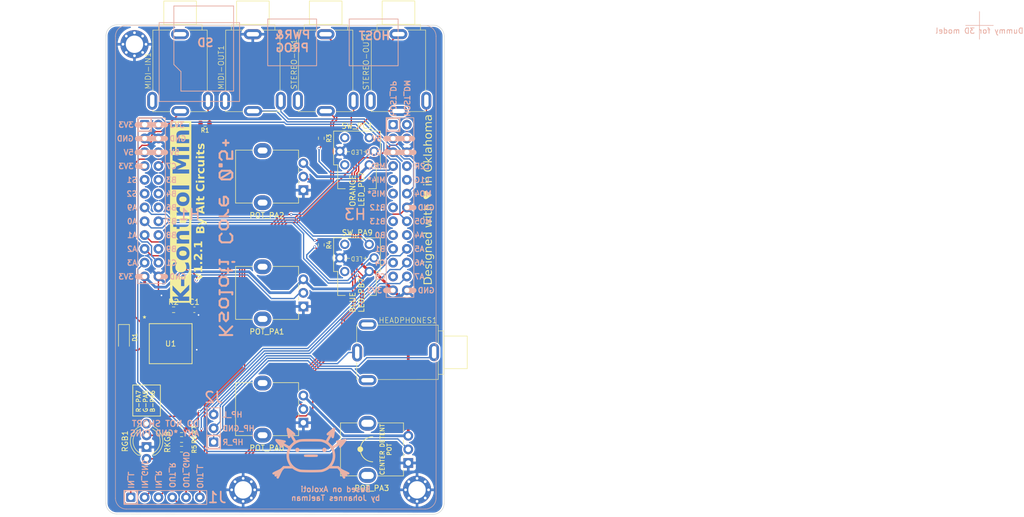
<source format=kicad_pcb>
(kicad_pcb (version 20221018) (generator pcbnew)
  (title_block (title "K-Control Mini") (date "2023-12-07") (rev "1.2.1") (company "Alt Circuits"))
  (layers (0 "F.Cu" signal) (31 "B.Cu" signal) (34 "B.Paste" user) (35 "F.Paste" user) (36 "B.SilkS" user "B.Silkscreen") (37 "F.SilkS" user "F.Silkscreen") (38 "B.Mask" user) (39 "F.Mask" user) (44 "Edge.Cuts" user))
  (net 0 "")
  (net 1 "GND")
  (net 2 "PC7")
  (net 3 "S1_BOOT0")
  (net 4 "PB3")
  (net 5 "S2")
  (net 6 "PB4")
  (net 7 "PA9")
  (net 8 "PB6")
  (net 9 "PA0")
  (net 10 "PB7")
  (net 11 "PA1")
  (net 12 "PB8")
  (net 13 "+3.3V")
  (net 14 "PA2")
  (net 15 "PB9")
  (net 16 "PA3")
  (net 17 "PC1")
  (net 18 "+5V")
  (net 19 "HOST_DP")
  (net 20 "HOST_DM")
  (net 21 "MIDI_RX")
  (net 22 "LED2R")
  (net 23 "MI4*")
  (net 24 "LED1G")
  (net 25 "MI5*")
  (net 26 "MO4")
  (net 27 "PB12")
  (net 28 "PB13")
  (net 29 "MO5")
  (net 30 "PB0")
  (net 31 "PA4")
  (net 32 "PB1")
  (net 33 "PA5")
  (net 34 "PC4")
  (net 35 "PA6")
  (net 36 "PC5")
  (net 37 "PA7")
  (net 38 "IN_L")
  (net 39 "IN_GND")
  (net 40 "IN_R")
  (net 41 "OUT_R")
  (net 42 "OUT_GND")
  (net 43 "OUT_L")
  (net 44 "HP_R")
  (net 45 "HP_GND")
  (net 46 "HP_L")
  (net 47 "Net-(D1-K)")
  (net 48 "Net-(D1-A)")
  (net 49 "Net-(RGB1-RA)")
  (net 50 "Net-(RGB1-GA)")
  (net 51 "Net-(RGB1-BA)")
  (net 53 "Net-(R3-Pad2)")
  (net 54 "Net-(R4-Pad2)")
  (net 61 "Net-(MIDI-IN1-Pad2)")
  (footprint "Resistor_SMD:R_0603_1608Metric" (layer "F.Cu") (at 135.5771 63.504)
    (fp_text reference "R1")
    (fp_text value "220R")
  )
  (footprint "Snapeda:H11L1STA_EVE" (layer "F.Cu") (at 129.2585 104.038)
    (fp_text reference "U1")
    (fp_text value "H11L1S(TA)")
  )
  (footprint "Thonk:SW_Push_LED_Thonk" (layer "F.Cu") (at 161.2941 71.124 90)
    (fp_text reference "SW_PC1")
    (fp_text value "Thonk Low-Profile LED Button - Orange")
  )
  (footprint "Resistor_SMD:R_0603_1608Metric" (layer "F.Cu") (at 131.2591 121.67 180)
    (fp_text reference "R6")
    (fp_text value "10R")
  )
  (footprint "Thonk:729JH-B" (layer "F.Cu") (at 145.6361 54.454 -90)
    (fp_text reference "MIDI-OUT1")
    (fp_text value "WQB729JH-B")
  )
  (footprint "LED_THT:LED_D5.0mm-4_RGB_Wide_Pins" (layer "F.Cu") (at 124.8201 125.226 90)
    (fp_text reference "RGB1")
    (fp_text value "EDGELEC ‎ED_YW05_RGB-4P-C")
  )
  (footprint "Diode_SMD:D_SOD-123" (layer "F.Cu") (at 120.6541 102.874 -90)
    (fp_text reference "D1")
    (fp_text value "MMSD4148")
  )
  (footprint "Resistor_SMD:R_0603_1608Metric" (layer "F.Cu") (at 131.2591 119.892 180)
    (fp_text reference "R7")
    (fp_text value "10R")
  )
  (footprint "Thonk:SW_Push_LED_Thonk" (layer "F.Cu") (at 161.2941 90.7555 90)
    (fp_text reference "SW_PA9")
    (fp_text value "Thonk Low-Profile LED Button - Blue")
  )
  (footprint "Potentiometer_THT:Potentiometer_Alpha_RD901F-40-00D_Single_Vertical" (layer "F.Cu") (at 153.6741 97.187 180)
    (fp_text reference "POT_PA1")
    (fp_text value "10K Linear 9mm D Shaft Pot")
  )
  (footprint "Resistor_SMD:R_0603_1608Metric" (layer "F.Cu") (at 156.9761 66.235 -90)
    (fp_text reference "R3")
    (fp_text value "68R")
  )
  (footprint "Thonk:729JH-B" (layer "F.Cu") (at 172.4301 54.436 -90)
    (fp_text reference "STEREO-OUT1")
    (fp_text value "WQB729JH-B")
  )
  (footprint "Thonk:729JH-B" (layer "F.Cu") (at 159.0331 54.454 -90)
    (fp_text reference "STEREO-IN1")
    (fp_text value "WQB729JH-B")
  )
  (footprint "Thonk:729JH-B" (layer "F.Cu") (at 170.364096 106.883 180)
    (fp_text reference "HEADPHONES1")
    (fp_text value "WQB729JH-B")
  )
  (footprint "Potentiometer_THT:Potentiometer_Alpha_RD901F-40-00D_Single_Vertical" (layer "F.Cu") (at 153.6741 75.792 180)
    (fp_text reference "POT_PA2")
    (fp_text value "10K Linear 9mm D Shaft Pot")
  )
  (footprint "Thonk:729JH-B" (layer "F.Cu") (at 132.2391 54.454 -90)
    (fp_text reference "MIDI-IN1")
    (fp_text value "WQB729JH-B")
  )
  (footprint "Resistor_SMD:R_0603_1608Metric" (layer "F.Cu") (at 156.9761 85.856 -90)
    (fp_text reference "R4")
    (fp_text value "10R")
  )
  (footprint "Resistor_SMD:R_0603_1608Metric" (layer "F.Cu") (at 131.2591 123.448 180)
    (fp_text reference "R5")
    (fp_text value "68R")
  )
  (footprint "Capacitor_SMD:C_0603_1608Metric" (layer "F.Cu") (at 133.6081 97.794)
    (fp_text reference "C1")
    (fp_text value "100nF")
  )
  (footprint "Potentiometer_THT:Potentiometer_Alpha_RD901F-40-00D_Single_Vertical" (layer "F.Cu") (at 172.9781 125.988 180)
    (fp_text reference "POT_PA3")
    (fp_text value "10K Linear 9mm D Shaft Pot Center Detent")
  )
  (footprint "Potentiometer_THT:Potentiometer_Alpha_RD901F-40-00D_Single_Vertical" (layer "F.Cu") (at 153.6741 118.582 180)
    (fp_text reference "POT_PA0")
    (fp_text value "10K Linear 9mm D Shaft Pot")
  )
  (footprint "Resistor_SMD:R_0603_1608Metric" (layer "F.Cu") (at 129.7981 97.794)
    (fp_text reference "R2")
    (fp_text value "470R")
  )
  (footprint "ksoloti_shield_footprints:PinSocket_1x01_P2.54mm_Vertical_smcrt_round" (layer "B.Cu") (at 170.1841 78.967 180)
    (fp_text reference "H3_P13" hide)
    (fp_text value "PB12")
  )
  (footprint "ksoloti_shield_footprints:PinSocket_1x01_P2.54mm_Vertical_smcrt_round" (layer "B.Cu") (at 124.4641 68.807 180)
    (fp_text reference "H1_P5" hide)
    (fp_text value "+5V")
  )
  (footprint "ksoloti_shield_footprints:PinSocket_1x01_P2.54mm_Vertical_smcrt_round" (layer "B.Cu") (at 127.0041 86.587 180)
    (fp_text reference "H1_P20" hide)
    (fp_text value "PB9")
  )
  (footprint "ksoloti_shield_footprints:PinSocket_1x01_P2.54mm_Vertical_smcrt_round" (layer "B.Cu") (at 172.7241 94.207 180)
    (fp_text reference "H3_P26" hide)
    (fp_text value "GND")
  )
  (footprint "ksoloti_shield_footprints:PinSocket_1x01_P2.54mm_Vertical_smcrt_round" (layer "B.Cu") (at 172.7241 68.807 180)
    (fp_text reference "H3_P6" hide)
    (fp_text value "GND")
  )
  (footprint "ksoloti_shield_footprints:PinSocket_1x01_P2.54mm_Vertical_smcrt_round" (layer "B.Cu") (at 172.7241 76.427 180)
    (fp_text reference "H3_P12" hide)
    (fp_text value "MO4")
  )
  (footprint "ksoloti_shield_footprints:PinSocket_1x01_P2.54mm_Vertical_smcrt_sqr" (layer "B.Cu") (at 121.9241 132.307 180)
    (fp_text reference "J1_P1" hide)
    (fp_text value "IN_L")
  )
  (footprint "ksoloti_shield_footprints:PinSocket_1x01_P2.54mm_Vertical_smcrt_round" (layer "B.Cu") (at 172.7241 73.887 180)
    (fp_text reference "H3_P10" hide)
    (fp_text value "LED1G")
  )
  (footprint "ksoloti_shield_footprints:PinSocket_1x01_P2.54mm_Vertical_smcrt_round" (layer "B.Cu") (at 170.1841 94.207 180)
    (fp_text reference "H3_P25" hide)
    (fp_text value "+3.3V")
  )
  (footprint "ksoloti_shield_footprints:PinSocket_1x01_P2.54mm_Vertical_smcrt_round" (layer "B.Cu") (at 172.7241 81.507 180)
    (fp_text reference "H3_P16" hide)
    (fp_text value "MO5")
  )
  (footprint "ksoloti_shield_footprints:PinSocket_1x01_P2.54mm_Vertical_smcrt_round" (layer "B.Cu") (at 170.1841 89.127 180)
    (fp_text reference "H3_P21" hide)
    (fp_text value "PC4")
  )
  (footprint "ksoloti_shield_footprints:PinSocket_1x01_P2.54mm_Vertical_smcrt_round" (layer "B.Cu") (at 170.1841 66.267 180)
    (fp_text reference "H3_P3" hide)
    (fp_text value "+5V")
  )
  (footprint "ksoloti_shield_footprints:PinSocket_1x01_P2.54mm_Vertical_smcrt_round" (layer "B.Cu") (at 124.4641 86.587 180)
    (fp_text reference "H1_P19" hide)
    (fp_text value "PA2")
  )
  (footprint "ksoloti_shield_footprints:PinSocket_1x01_P2.54mm_Vertical_smcrt_round" (layer "B.Cu") (at 124.4641 71.347 180)
    (fp_text reference "H1_P7" hide)
    (fp_text value "+3.3V")
  )
  (footprint "ksoloti_shield_footprints:MountingHole_3.2mm_M3_Pad_Via_tight" (layer "B.Cu") (at 122.5941 48.937 180)
    (fp_text reference "MH1")
    (fp_text value "MountingHole")
  )
  (footprint "ksoloti_shield_footprints:PinSocket_1x01_P2.54mm_Vertical_smcrt_round" (layer "B.Cu") (at 127.0041 63.727 180)
    (fp_text reference "H1_P2" hide)
    (fp_text value "+3.3V")
  )
  (footprint "ksoloti_shield_footprints:PinSocket_1x01_P2.54mm_Vertical_smcrt_sqr" (layer "B.Cu") (at 170.1841 63.727 180)
    (fp_text reference "H3_P1" hide)
    (fp_text value "HOST_DP")
  )
  (footprint "ksoloti_shield_footprints:PinSocket_1x01_P2.54mm_Vertical_smcrt_round" (layer "B.Cu") (at 172.7241 78.967 180)
    (fp_text reference "H3_P14" hide)
    (fp_text value "GND")
  )
  (footprint "ksoloti_shield_footprints:PinSocket_1x01_P2.54mm_Vertical_smcrt_sqr" (layer "B.Cu") (at 137.1641 122.147 180)
    (fp_text reference "J2_P1" hide)
    (fp_text value "HP_R")
  )
  (footprint "ksoloti_shield_footprints:PinSocket_1x01_P2.54mm_Vertical_smcrt_round" (layer "B.Cu") (at 172.7241 84.047 180)
    (fp_text reference "H3_P18" hide)
    (fp_text value "PA4")
  )
  (footprint "ksoloti_shield_footprints:PinSocket_1x01_P2.54mm_Vertical_smcrt_round" (layer "B.Cu") (at 124.4641 66.267 180)
    (fp_text reference "H1_P3" hide)
    (fp_text value "GND")
  )
  (footprint "ksoloti_shield_footprints:PinSocket_1x01_P2.54mm_Vertical_smcrt_round" (layer "B.Cu") (at 127.0041 89.127 180)
    (fp_text reference "H1_P22" hide)
    (fp_text value "PC1")
  )
  (footprint "ksoloti_shield_footprints:PinSocket_1x01_P2.54mm_Vertical_smcrt_round" (layer "B.Cu") (at 132.0841 132.307 180)
    (fp_text reference "J1_P5" hide)
    (fp_text value "OUT_GND")
  )
  (footprint "ksoloti_shield_footprints:PinSocket_1x01_P2.54mm_Vertical_smcrt_round" (layer "B.Cu") (at 134.6241 132.307 180)
    (fp_text reference "J1_P6" hide)
    (fp_text value "OUT_L")
  )
  (footprint "ksoloti_shield_footprints:PinSocket_1x01_P2.54mm_Vertical_smcrt_round" (layer "B.Cu") (at 129.5441 132.307 180)
    (fp_text reference "J1_P4" hide)
    (fp_text value "OUT_R")
  )
  (footprint "ksoloti_shield_footprints:MountingHole_3.2mm_M3_Pad_Via_tight" (layer "B.Cu") (at 142.5941 130.937 180)
    (fp_text reference "MH2")
    (fp_text value "MountingHole")
  )
  (footprint "ksoloti_shield_footprints:PinSocket_1x01_P2.54mm_Vertical_smcrt_round" (layer "B.Cu") (at 127.0041 68.807 180)
    (fp_text reference "H1_P6" hide)
    (fp_text value "+5V")
  )
  (footprint "ksoloti_shield_footprints:Dummy for 3D model" (layer "B.Cu") (at 278.0941 45.468 180)
    (fp_text reference "DUMMY1" hide)
    (fp_text value "Dummy for 3D model")
  )
  (footprint "ksoloti_shield_footprints:PinSocket_1x01_P2.54mm_Vertical_smcrt_round" (layer "B.Cu") (at 170.1841 86.587 180)
    (fp_text reference "H3_P19" hide)
    (fp_text value "PB1")
  )
  (footprint "ksoloti_shield_footprints:PinSocket_1x01_P2.54mm_Vertical_smcrt_round" (layer "B.Cu") (at 137.1641 117.067 180)
    (fp_text reference "J2_P3" hide)
    (fp_text value "HP_L")
  )
  (footprint "ksoloti_shield_footprints:PinSocket_1x01_P2.54mm_Vertical_smcrt_round" (layer "B.Cu") (at 124.4641 78.967 180)
    (fp_text reference "H1_P13" hide)
    (fp_text value "PA9")
  )
  (footprint "ksoloti_shield_footprints:PinSocket_1x01_P2.54mm_Vertical_smcrt_round" (layer "B.Cu") (at 127.0041 84.047 180)
    (fp_text reference "H1_P18" hide)
    (fp_text value "PB8")
  )
  (footprint "LOGO" (layer "B.Cu") (at 155.146112 124.016115 180)
    (fp_text reference "G513513")
    (fp_text value "LOGO")
  )
  (footprint "ksoloti_shield_footprints:PinSocket_1x01_P2.54mm_Vertical_smcrt_round" (layer "B.Cu") (at 172.7241 91.667 180)
    (fp_text reference "H3_P24" hide)
    (fp_text value "PA7")
  )
  (footprint "ksoloti_shield_footprints:PinSocket_1x01_P2.54mm_Vertical_smcrt_round" (layer "B.Cu") (at 170.1841 91.667 180)
    (fp_text reference "H3_P23" hide)
    (fp_text value "PC5")
  )
  (footprint "ksoloti_shield_footprints:PinSocket_1x01_P2.54mm_Vertical_smcrt_round" (layer "B.Cu") (at 127.0041 78.967 180)
    (fp_text reference "H1_P14" hide)
    (fp_text value "PB6")
  )
  (footprint "ksoloti_shield_footprints:PinSocket_1x01_P2.54mm_Vertical_smcrt_round" (layer "B.Cu") (at 127.0041 81.507 180)
    (fp_text reference "H1_P16" hide)
    (fp_text value "PB7")
  )
  (footprint "ksoloti_shield_footprints:PinSocket_1x01_P2.54mm_Vertical_smcrt_round" (layer "B.Cu") (at 170.1841 68.807 180)
    (fp_text reference "H3_P5" hide)
    (fp_text value "GND")
  )
  (footprint "ksoloti_shield_footprints:PinSocket_1x01_P2.54mm_Vertical_smcrt_round" (layer "B.Cu") (at 124.4641 84.047 180)
    (fp_text reference "H1_P17" hide)
    (fp_text value "PA1")
  )
  (footprint "ksoloti_shield_footprints:PinSocket_1x01_P2.54mm_Vertical_smcrt_round" (layer "B.Cu") (at 170.1841 71.347 180)
    (fp_text reference "H3_P7" hide)
    (fp_text value "MIDI_RX")
  )
  (footprint "ksoloti_shield_footprints:PinSocket_1x01_P2.54mm_Vertical_smcrt_round" (layer "B.Cu") (at 127.0041 71.347 180)
    (fp_text reference "H1_P8" hide)
    (fp_text value "PC7")
  )
  (footprint "ksoloti_shield_footprints:PinSocket_1x01_P2.54mm_Vertical_smcrt_round" (layer "B.Cu") (at 172.7241 89.127 180)
    (fp_text reference "H3_P22" hide)
    (fp_text value "PA6")
  )
  (footprint "ksoloti_shield_footprints:PinSocket_1x01_P2.54mm_Vertical_smcrt_round" (layer "B.Cu") (at 170.1841 84.047 180)
    (fp_text reference "H3_P17" hide)
    (fp_text value "PB0")
  )
  (footprint "ksoloti_shield_footprints:PinSocket_1x01_P2.54mm_Vertical_smcrt_round" (layer "B.Cu") (at 170.1841 76.427 180)
    (fp_text reference "H3_P11" hide)
    (fp_text value "MI5")
  )
  (footprint "ksoloti_shield_footprints:PinSocket_1x01_P2.54mm_Vertical_smcrt_round" (layer "B.Cu") (at 137.1641 119.607 180)
    (fp_text reference "J2_P2" hide)
    (fp_text value "HP_GND")
  )
  (footprint "ksoloti_shield_footprints:PinSocket_1x01_P2.54mm_Vertical_smcrt_round" (layer "B.Cu") (at 124.4641 132.307 180)
    (fp_text reference "J1_P2" hide)
    (fp_text value "IN_GND")
  )
  (footprint "ksoloti_shield_footprints:PinSocket_1x01_P2.54mm_Vertical_smcrt_round" (layer "B.Cu") (at 170.1841 81.507 180)
    (fp_text reference "H3_P15" hide)
    (fp_text value "PB13")
  )
  (footprint "ksoloti_shield_footprints:PinSocket_1x01_P2.54mm_Vertical_smcrt_round" (layer "B.Cu") (at 124.4641 73.887 180)
    (fp_text reference "H1_P9" hide)
    (fp_text value "S1_BOOT0")
  )
  (footprint "ksoloti_shield_footprints:PinSocket_1x01_P2.54mm_Vertical_smcrt_round" (layer "B.Cu") (at 127.0041 73.887 180)
    (fp_text reference "H1_P10" hide)
    (fp_text value "PB3")
  )
  (footprint "ksoloti_shield_footprints:PinSocket_1x01_P2.54mm_Vertical_smcrt_round" (layer "B.Cu") (at 170.1841 73.887 180)
    (fp_text reference "H3_P9" hide)
    (fp_text value "MI4")
  )
  (footprint "ksoloti_shield_footprints:PinSocket_1x01_P2.54mm_Vertical_smcrt_round" (layer "B.Cu") (at 124.4641 81.507 180)
    (fp_text reference "H1_P15" hide)
    (fp_text value "PA0")
  )
  (footprint "ksoloti_shield_footprints:PinSocket_1x01_P2.54mm_Vertical_smcrt_round" (layer "B.Cu") (at 127.0041 66.267 180)
    (fp_text reference "H1_P4" hide)
    (fp_text value "GND")
  )
  (footprint "ksoloti_shield_footprints:PinSocket_1x01_P2.54mm_Vertical_smcrt_round" (layer "B.Cu") (at 172.7241 66.267 180)
    (fp_text reference "H3_P4" hide)
    (fp_text value "+5V")
  )
  (footprint "ksoloti_shield_footprints:PinSocket_1x01_P2.54mm_Vertical_smcrt_round" (layer "B.Cu") (at 127.0041 132.307 180)
    (fp_text reference "J1_P3" hide)
    (fp_text value "IN_R")
  )
  (footprint "ksoloti_shield_footprints:PinSocket_1x01_P2.54mm_Vertical_smcrt_round" (layer "B.Cu") (at 172.7241 63.727 180)
    (fp_text reference "H3_P2" hide)
    (fp_text value "HOST_DM")
  )
  (footprint "ksoloti_shield_footprints:PinSocket_1x01_P2.54mm_Vertical_smcrt_round" (layer "B.Cu") (at 124.4641 91.667 180)
    (fp_text reference "H1_P23" hide)
    (fp_text value "+3.3V")
  )
  (footprint "ksoloti_shield_footprints:PinSocket_1x01_P2.54mm_Vertical_smcrt_sqr" (layer "B.Cu") (at 124.4641 63.727 180)
    (fp_text reference "H1_P1" hide)
    (fp_text value "+3.3V")
  )
  (footprint "ksoloti_shield_footprints:PinSocket_1x01_P2.54mm_Vertical_smcrt_round" (layer "B.Cu") (at 127.0041 76.427 180)
    (fp_text reference "H1_P12" hide)
    (fp_text value "PB4")
  )
  (footprint "ksoloti_shield_footprints:PinSocket_1x01_P2.54mm_Vertical_smcrt_round" (layer "B.Cu") (at 172.7241 86.587 180)
    (fp_text reference "H3_P20" hide)
    (fp_text value "PA5")
  )
  (footprint "ksoloti_shield_footprints:MountingHole_3.2mm_M3_Pad_Via_tight" (layer "B.Cu") (at 174.5941 130.937 180)
    (fp_text reference "MH3")
    (fp_text value "MountingHole")
  )
  (footprint "ksoloti_shield_footprints:PinSocket_1x01_P2.54mm_Vertical_smcrt_round" (layer "B.Cu") (at 172.7241 71.347 180)
    (fp_text reference "H3_P8" hide)
    (fp_text value "LED2R")
  )
  (footprint "ksoloti_shield_footprints:PinSocket_1x01_P2.54mm_Vertical_smcrt_round" (layer "B.Cu") (at 124.4641 89.127 180)
    (fp_text reference "H1_P21" hide)
    (fp_text value "PA3")
  )
  (footprint "ksoloti_shield_footprints:PinSocket_1x01_P2.54mm_Vertical_smcrt_round" (layer "B.Cu") (at 127.0041 91.667 180)
    (fp_text reference "H1_P24" hide)
    (fp_text value "GND")
  )
  (footprint "ksoloti_shield_footprints:PinSocket_1x01_P2.54mm_Vertical_smcrt_round" (layer "B.Cu") (at 124.4641 76.427 180)
    (fp_text reference "H1_P11" hide)
    (fp_text value "S2")
  )
  (gr_line (start 138.647966 98.302856) (end 138.259956 98.701814) (stroke (width 0.370416)) (layer "B.SilkS"))
  (gr_line (start 140.590112 70.016811) (end 139.62608 70.016811) (stroke (width 0.370416)) (layer "B.SilkS"))
  (gr_line (start 168.847096 94.238) (end 170.184096 94.238) (stroke (width 1)) (layer "B.SilkS"))
  (gr_line (start 138.259943 92.177867) (end 138.259943 92.975783) (stroke (width 0.370416)) (layer "B.SilkS"))
  (gr_line (start 139.814096 77.405595) (end 139.814096 78.203508) (stroke (width 0.370416)) (layer "B.SilkS"))
  (gr_line (start 138.650061 90.579872) (end 140.592223 90.579872) (stroke (width 0.370416)) (layer "B.SilkS"))
  (gr_line (start 138.647952 73.81064) (end 140.202103 73.81064) (stroke (width 0.370416)) (layer "B.SilkS"))
  (gr_line (start 138.904501 67.077341) (end 139.901379 67.077341) (stroke (width 0.370416)) (layer "B.SilkS"))
  (gr_line (start 138.25994 72.613768) (end 138.25994 73.411681) (stroke (width 0.370416)) (layer "B.SilkS"))
  (gr_line (start 140.590111 88.984038) (end 140.978123 88.984038) (stroke (width 0.370416)) (layer "B.SilkS"))
  (gr_line (start 129.839526 52.658) (end 131.139526 53.958) (stroke (width 0.15)) (layer "B.SilkS"))
  (gr_line (start 127.011096 91.698) (end 128.274096 91.698) (stroke (width 1)) (layer "B.SilkS"))
  (gr_line (start 123.194096 91.698) (end 124.464096 91.698) (stroke (width 1)) (layer "B.SilkS"))
  (gr_line (start 138.647955 81.397337) (end 138.259943 81.796297) (stroke (width 0.370416)) (layer "B.SilkS"))
  (gr_line (start 138.647952 85.389082) (end 140.202101 85.389082) (stroke (width 0.370416)) (layer "B.SilkS"))
  (gr_line (start 172.724096 78.998) (end 173.980096 78.998) (stroke (width 1)) (layer "B.SilkS"))
  (gr_line (start 138.647952 93.374742) (end 139.426083 93.374742) (stroke (width 0.370416)) (layer "B.SilkS"))
  (gr_line (start 139.81409 79.801506) (end 139.038071 80.599422) (stroke (width 0.370416)) (layer "B.SilkS"))
  (gr_line (start 138.647952 72.214806) (end 138.25994 72.613768) (stroke (width 0.370416)) (layer "B.SilkS"))
  (gr_line (start 139.814096 88.984041) (end 139.814096 89.383) (stroke (width 0.370416)) (layer "B.SilkS"))
  (gr_line (start 140.590115 73.411681) (end 140.590115 72.613768) (stroke (width 0.370416)) (layer "B.SilkS"))
  (gr_line (start 138.259943 81.796297) (end 138.259943 82.594215) (stroke (width 0.370416)) (layer "B.SilkS"))
  (gr_line (start 139.423987 99.898688) (end 139.035977 99.499731) (stroke (width 0.370416)) (layer "B.SilkS"))
  (gr_rect (start 162.114096 44.291) (end 171.114096 52.891) (stroke (width 0.15)) (fill none) (layer "B.SilkS"))
  (gr_rect (start 147.114096 44.291) (end 156.114096 52.891) (stroke (width 0.15)) (fill none) (layer "B.SilkS"))
  (gr_rect (start 135.900096 115.828) (end 138.434096 123.448) (stroke (width 0.15)) (fill none) (layer "B.SilkS"))
  (gr_line (start 138.262048 69.019933) (end 138.650058 68.620976) (stroke (width 0.370416)) (layer "B.SilkS"))
  (gr_arc (start 178.094096 132.468) (mid 177.508308 133.882203) (end 176.094096 134.468) (stroke (width 0.1)) (layer "B.SilkS"))
  (gr_line (start 123.194096 66.298) (end 128.274096 66.298) (stroke (width 1)) (layer "B.SilkS"))
  (gr_line (start 141.939526 44.958) (end 127.139526 44.958) (stroke (width 0.15)) (layer "B.SilkS"))
  (gr_rect (start 123.194096 62.488) (end 128.274096 92.968) (stroke (width 0.15)) (fill none) (layer "B.SilkS"))
  (gr_line (start 138.647952 72.214806) (end 140.202103 72.214806) (stroke (width 0.370416)) (layer "B.SilkS"))
  (gr_line (start 138.259943 88.585081) (end 138.259943 89.383) (stroke (width 0.370416)) (layer "B.SilkS"))
  (gr_line (start 172.724096 94.238) (end 173.980096 94.238) (stroke (width 1)) (layer "B.SilkS"))
  (gr_line (start 119.094096 47.468) (end 119.094096 132.468) (stroke (width 0.1)) (layer "B.SilkS"))
  (gr_line (start 138.262053 90.180919) (end 138.650061 90.579872) (stroke (width 0.370416)) (layer "B.SilkS"))
  (gr_line (start 139.426083 82.995341) (end 139.814096 82.594215) (stroke (width 0.370416)) (layer "B.SilkS"))
  (gr_rect (start 168.914096 62.458) (end 173.994096 95.508) (stroke (width 0.15)) (fill none) (layer "B.SilkS"))
  (gr_line (start 138.647955 78.60247) (end 138.259943 78.203508) (stroke (width 0.370416)) (layer "B.SilkS"))
  (gr_line (start 140.590115 72.613768) (end 140.202103 72.214806) (stroke (width 0.370416)) (layer "B.SilkS"))
  (gr_line (start 138.259943 96.169612) (end 138.259943 96.967529) (stroke (width 0.370416)) (layer "B.SilkS"))
  (gr_line (start 139.811996 99.499731) (end 139.423987 99.898688) (stroke (width 0.370416)) (layer "B.SilkS"))
  (gr_line (start 139.426083 81.39734) (end 138.647952 81.39734) (stroke (width 0.370416)) (layer "B.SilkS"))
  (gr_arc (start 121.094096 134.468) (mid 119.679902 133.882203) (end 119.094096 132.468) (stroke (width 0.1)) (layer "B.SilkS"))
  (gr_line (start 141.939526 59.458) (end 141.939526 44.958) (stroke (width 0.15)) (layer "B.SilkS"))
  (gr_line (start 139.038071 78.60247) (end 139.038071 77.006636) (stroke (width 0.370416)) (layer "B.SilkS"))
  (gr_line (start 138.650055 68.620976) (end 139.238071 68.620976) (stroke (width 0.370416)) (layer "B.SilkS"))
  (gr_line (start 139.426083 93.374742) (end 139.814096 92.975783) (stroke (width 0.370416)) (layer "B.SilkS"))
  (gr_line (start 140.590114 94.573784) (end 140.590114 94.97274) (stroke (width 0.370416)) (layer "B.SilkS"))
  (gr_line (start 139.426083 97.368654) (end 139.814096 96.967529) (stroke (width 0.370416)) (layer "B.SilkS"))
  (gr_line (start 123.194096 71.378) (end 124.464096 71.378) (stroke (width 1)) (layer "B.SilkS"))
  (gr_line (start 131.139526 57.558) (end 140.839526 57.558) (stroke (width 0.15)) (layer "B.SilkS"))
  (gr_line (start 123.134096 63.758) (end 128.274096 63.758) (stroke (width 1)) (layer "B.SilkS"))
  (gr_line (start 121.094096 134.468) (end 176.094096 134.468) (stroke (width 0.1)) (layer "B.SilkS"))
  (gr_line (start 138.259943 88.984038) (end 139.814096 88.984038) (stroke (width 0.370416)) (layer "B.SilkS"))
  (gr_line (start 138.647955 91.778911) (end 138.259943 92.177867) (stroke (width 0.370416)) (layer "B.SilkS"))
  (gr_line (start 138.647952 82.995341) (end 139.426083 82.995341) (stroke (width 0.370416)) (layer "B.SilkS"))
  (gr_line (start 139.814093 90.180913) (end 139.814093 90.978828) (stroke (width 0.370416)) (layer "B.SilkS"))
  (gr_line (start 139.814096 92.177867) (end 139.426083 91.778911) (stroke (width 0.370416)) (layer "B.SilkS"))
  (gr_line (start 168.914096 68.838) (end 173.994096 68.838) (stroke (width 1)) (layer "B.SilkS"))
  (gr_line (start 139.426083 91.778911) (end 138.647952 91.778911) (stroke (width 0.370416)) (layer "B.SilkS"))
  (gr_line (start 138.262048 69.817851) (end 138.262048 69.019933) (stroke (width 0.370416)) (layer "B.SilkS"))
  (gr_arc (start 119.094096 47.468) (mid 119.679881 46.053776) (end 121.094096 45.468) (stroke (width 0.1)) (layer "B.SilkS"))
  (gr_line (start 138.259943 94.573784) (end 140.590114 94.573784) (stroke (width 0.370416)) (layer "B.SilkS"))
  (gr_line (start 138.650058 70.216811) (end 138.262048 69.817851) (stroke (width 0.370416)) (layer "B.SilkS"))
  (gr_line (start 139.62608 69.019933) (end 139.238071 68.620976) (stroke (width 0.370416)) (layer "B.SilkS"))
  (gr_line (start 139.426083 77.006636) (end 139.814096 77.405595) (stroke (width 0.370416)) (layer "B.SilkS"))
  (gr_line (start 139.62608 70.016811) (end 139.62608 69.019933) (stroke (width 0.370416)) (layer "B.SilkS"))
  (gr_line (start 138.647955 83.793254) (end 138.259943 84.19221) (stroke (width 0.370416)) (layer "B.SilkS"))
  (gr_line (start 140.590114 100.852003) (end 139.035965 102.447833) (stroke (width 0.370416)) (layer "B.SilkS"))
  (gr_line (start 138.647955 95.770656) (end 138.259943 96.169612) (stroke (width 0.370416)) (layer "B.SilkS"))
  (gr_line (start 140.202103 73.81064) (end 140.590115 73.411681) (stroke (width 0.370416)) (layer "B.SilkS"))
  (gr_line (start 139.038071 77.006636) (end 139.426083 77.006636) (stroke (width 0.370416)) (layer "B.SilkS"))
  (gr_line (start 139.814096 80.599422) (end 138.259943 80.599422) (stroke (width 0.370416)) (layer "B.SilkS"))
  (gr_line (start 138.25994 96.967529) (end 138.647952 97.368654) (stroke (width 0.370416)) (layer "B.SilkS"))
  (gr_line (start 139.811996 98.302856) (end 139.811996 99.499731) (stroke (width 0.370416)) (layer "B.SilkS"))
  (gr_poly (pts (xy 138.832965 71.006008) (xy 138.83225 70.996602) (xy 138.831072 70.987333) (xy 138.829444 70.978213) (xy 138.827375 70.969252) (xy 138.82488 70.960464) (xy 138.821968 70.951858) (xy 138.818652 70.943448) (xy 138.814943 70.935244) (xy 138.810853 70.927258) (xy 138.806393 70.919502) (xy 138.801576 70.911987) (xy 138.796412 70.904726) (xy 138.790914 70.897729) (xy 138.785093 70.891009) (xy 138.77896 70.884577) (xy 138.772528 70.878444) (xy 138.765808 70.872623) (xy 138.758812 70.867125) (xy 138.75155 70.861961) (xy 138.744036 70.857144) (xy 138.73628 70.852684) (xy 138.728294 70.848594) (xy 138.72009 70.844885) (xy 138.711679 70.841569) (xy 138.703074 70.838657) (xy 138.694285 70.836161) (xy 138.685324 70.834093) (xy 138.676204 70.832464) (xy 138.666935 70.831286) (xy 138.657529 70.830571) (xy 138.647998 70.83033) (xy 138.25994 70.83033) (xy 138.255387 70.830385) (xy 138.250841 70.830552) (xy 138.246305 70.830829) (xy 138.241781 70.831218) (xy 138.237269 70.831718) (xy 138.232774 70.832327) (xy 138.228295 70.833046) (xy 138.223837 70.833875) (xy 138.219399 70.834812) (xy 138.214986 70.835858) (xy 138.210598 70.837011) (xy 138.206237 70.838273) (xy 138.201906 70.839641) (xy 138.197607 70.841117) (xy 138.193341 70.842699) (xy 138.189111 70.844386) (xy 138.184923 70.84618) (xy 138.180785 70.848074) (xy 138.176698 70.850067) (xy 138.172664 70.852158) (xy 138.168686 70.854345) (xy 138.164763 70.856629) (xy 138.1609 70.859007) (xy 138.157096 70.861479) (xy 138.153354 70.864044) (xy 138.149675 70.866699) (xy 138.146061 70.869445) (xy 138.142514 70.87228) (xy 138.139036 70.875202) (xy 138.135628 70.878212) (xy 138.132291 70.881307) (xy 138.129028 70.884487) (xy 138.125849 70.887749) (xy 138.122754 70.891086) (xy 138.119745 70.894494) (xy 138.116822 70.897973) (xy 138.113988 70.90152) (xy 138.111242 70.905134) (xy 138.108586 70.908813) (xy 138.106021 70.912555) (xy 138.103549 70.916359) (xy 138.10117 70.920223) (xy 138.098887 70.924145) (xy 138.096699 70.928124) (xy 138.094608 70.932157) (xy 138.092615 70.936244) (xy 138.090721 70.940382) (xy 138.088928 70.94457) (xy 138.087228 70.948806) (xy 138.085635 70.953078) (xy 138.084148 70.957385) (xy 138.082768 70.961723) (xy 138.081496 70.966091) (xy 138.080333 70.970487) (xy 138.079278 70.974909) (xy 138.078331 70.979355) (xy 138.077495 70.983822) (xy 138.076767 70.98831) (xy 138.07615 70.992815) (xy 138.075644 70.997336) (xy 138.075248 71.001871) (xy 138.074964 71.006418) (xy 138.074792 71.010974) (xy 138.074732 71.015538) (xy 138.074732 71.414482) (xy 138.074973 71.424013) (xy 138.075688 71.433419) (xy 138.076866 71.442688) (xy 138.078494 71.451809) (xy 138.080562 71.460769) (xy 138.083058 71.469558) (xy 138.08597 71.478164) (xy 138.089286 71.486574) (xy 138.092995 71.494778) (xy 138.097085 71.502764) (xy 138.101545 71.51052) (xy 138.106363 71.518034) (xy 138.111526 71.525296) (xy 138.117025 71.532292) (xy 138.122846 71.539013) (xy 138.128978 71.545445) (xy 138.135411 71.551577) (xy 138.142131 71.557398) (xy 138.149127 71.562896) (xy 138.156389 71.56806) (xy 138.163903 71.572878) (xy 138.171659 71.577337) (xy 138.179645 71.581427) (xy 138.187849 71.585136) (xy 138.19626 71.588452) (xy 138.204865 71.591364) (xy 138.213654 71.59386) (xy 138.222614 71.595928) (xy 138.231735 71.597556) (xy 138.241003 71.598734) (xy 138.250409 71.599449) (xy 138.25994 71.59969) (xy 138.647998 71.59969) (xy 138.65718 71.599458) (xy 138.666299 71.598774) (xy 138.675341 71.597647) (xy 138.68429 71.59608) (xy 138.693131 71.594083) (xy 138.701848 71.591659) (xy 138.710428 71.588816) (xy 138.718853 71.58556) (xy 138.727111 71.581897) (xy 138.735184 71.577834) (xy 138.743058 71.573377) (xy 138.750718 71.568531) (xy 138.758149 71.563304) (xy 138.765335 71.557702) (xy 138.772261 71.551731) (xy 138.778912 71.545397) (xy 138.785247 71.538745) (xy 138.791218 71.531819) (xy 138.79682 71.524633) (xy 138.802048 71.517203) (xy 138.806893 71.509543) (xy 138.811351 71.501669) (xy 138.815414 71.493596) (xy 138.819077 71.485339) (xy 138.822333 71.476913) (xy 138.825176 71.468334) (xy 138.8276 71.459616) (xy 138.829598 71.450775) (xy 138.831163 71.441826) (xy 138.832291 71.432784) (xy 138.832974 71.423665) (xy 138.833206 71.414482) (xy 138.833206 71.015538)) (fill solid) (layer "B.SilkS"))
  (gr_line (start 139.814096 82.594215) (end 139.814096 81.796297) (stroke (width 0.370416)) (layer "B.SilkS"))
  (gr_line (start 168.854096 66.298) (end 173.740096 66.298) (stroke (width 1)) (layer "B.SilkS"))
  (gr_line (start 139.426083 95.770656) (end 138.647952 95.770656) (stroke (width 0.370416)) (layer "B.SilkS"))
  (gr_line (start 140.590114 102.447833) (end 138.259943 102.447833) (stroke (width 0.370416)) (layer "B.SilkS"))
  (gr_line (start 138.647952 97.368654) (end 139.426083 97.368654) (stroke (width 0.370416)) (layer "B.SilkS"))
  (gr_line (start 129.839526 41.891) (end 129.839526 52.658) (stroke (width 0.15)) (layer "B.SilkS"))
  (gr_line (start 131.139526 53.958) (end 131.139526 57.558) (stroke (width 0.15)) (layer "B.SilkS"))
  (gr_line (start 123.127096 68.838) (end 128.281096 68.838) (stroke (width 1)) (layer "B.SilkS"))
  (gr_line (start 139.035977 99.499731) (end 139.035977 98.701814) (stroke (width 0.370416)) (layer "B.SilkS"))
  (gr_line (start 140.839526 57.558) (end 140.839526 41.891) (stroke (width 0.15)) (layer "B.SilkS"))
  (gr_line (start 127.139526 44.958) (end 127.139526 59.458) (stroke (width 0.15)) (layer "B.SilkS"))
  (gr_line (start 140.202101 85.389085) (end 140.590114 84.990129) (stroke (width 0.370416)) (layer "B.SilkS"))
  (gr_line (start 139.426083 78.60247) (end 138.647952 78.60247) (stroke (width 0.370416)) (layer "B.SilkS"))
  (gr_line (start 138.453946 73.611162) (end 140.396109 72.414287) (stroke (width 0.370416)) (layer "B.SilkS"))
  (gr_line (start 139.40294 67.57578) (end 139.40294 66.578902) (stroke (width 0.370416)) (layer "B.SilkS"))
  (gr_line (start 138.25994 92.975783) (end 138.647952 93.374742) (stroke (width 0.370416)) (layer "B.SilkS"))
  (gr_line (start 138.259943 78.203508) (end 138.259943 77.405595) (stroke (width 0.370416)) (layer "B.SilkS"))
  (gr_line (start 138.25994 73.411681) (end 138.647952 73.81064) (stroke (width 0.370416)) (layer "B.SilkS"))
  (gr_rect (start 120.660096 131.068) (end 135.894096 133.608) (stroke (width 0.15)) (fill none) (layer "B.SilkS"))
  (gr_line (start 139.814096 78.203508) (end 139.426083 78.60247) (stroke (width 0.370416)) (layer "B.SilkS"))
  (gr_line (start 140.590114 84.990129) (end 140.590114 84.19221) (stroke (width 0.370416)) (layer "B.SilkS"))
  (gr_line (start 139.814096 81.7963) (end 139.426083 81.39734) (stroke (width 0.370416)) (layer "B.SilkS"))
  (gr_line (start 139.035977 98.701814) (end 138.647966 98.302856) (stroke (width 0.370416)) (layer "B.SilkS"))
  (gr_line (start 139.814096 96.169612) (end 139.426083 95.770656) (stroke (width 0.370416)) (layer "B.SilkS"))
  (gr_line (start 139.814096 96.967529) (end 139.814096 96.169612) (stroke (width 0.370416)) (layer "B.SilkS"))
  (gr_line (start 176.094096 45.468) (end 121.094096 45.468) (stroke (width 0.1)) (layer "B.SilkS"))
  (gr_line (start 138.25994 84.99012) (end 138.647952 85.389082) (stroke (width 0.370416)) (layer "B.SilkS"))
  (gr_line (start 140.839526 41.891) (end 129.839526 41.891) (stroke (width 0.15)) (layer "B.SilkS"))
  (gr_line (start 127.139526 59.458) (end 141.939526 59.458) (stroke (width 0.15)) (layer "B.SilkS"))
  (gr_line (start 138.259956 98.701814) (end 138.259956 99.898688) (stroke (width 0.370416)) (layer "B.SilkS"))
  (gr_line (start 139.814096 92.975783) (end 139.814096 92.177867) (stroke (width 0.370416)) (layer "B.SilkS"))
  (gr_arc (start 176.094096 45.468) (mid 177.508329 46.053776) (end 178.094096 47.468) (stroke (width 0.1)) (layer "B.SilkS"))
  (gr_line (start 139.814096 79.400383) (end 139.814096 79.801506) (stroke (width 0.370416)) (layer "B.SilkS"))
  (gr_line (start 140.590114 84.19221) (end 140.202101 83.793254) (stroke (width 0.370416)) (layer "B.SilkS"))
  (gr_line (start 140.590112 68.620976) (end 140.590112 70.016811) (stroke (width 0.370416)) (layer "B.SilkS"))
  (gr_line (start 178.094096 132.468) (end 178.094096 47.468) (stroke (width 0.1)) (layer "B.SilkS"))
  (gr_line (start 138.259943 94.172658) (end 138.259943 94.97274) (stroke (width 0.370416)) (layer "B.SilkS"))
  (gr_line (start 138.259943 100.852003) (end 139.306094 101.939834) (stroke (width 0.370416)) (layer "B.SilkS"))
  (gr_line (start 138.25994 82.594215) (end 138.647952 82.995341) (stroke (width 0.370416)) (layer "B.SilkS"))
  (gr_line (start 138.259943 84.19221) (end 138.259943 84.990129) (stroke (width 0.370416)) (layer "B.SilkS"))
  (gr_arc (start 166.435314 125.77353) (mid 164.145174 123.464048) (end 166.454626 121.173781) (stroke (width 0.15)) (layer "F.SilkS"))
  (gr_circle (center 164.145174 123.464048) (end 164.595174 123.464048) (stroke (width 0.15)) (fill solid) (layer "F.SilkS"))
  (gr_arc (start 177.582096 45.437) (mid 178.996312 46.022785) (end 179.582096 47.437) (stroke (width 0.1)) (layer "Edge.Cuts"))
  (gr_line (start 177.569883 135.423788) (end 119.339883 135.367788) (stroke (width 0.1)) (layer "Edge.Cuts"))
  (gr_line (start 119.352096 45.381) (end 177.582096 45.437) (stroke (width 0.1)) (layer "Edge.Cuts"))
  (gr_line (start 179.582096 47.437) (end 179.569883 133.423788) (stroke (width 0.1)) (layer "Edge.Cuts"))
  (gr_arc (start 179.569883 133.423788) (mid 178.984096 134.838) (end 177.569883 135.423788) (stroke (width 0.1)) (layer "Edge.Cuts"))
  (gr_line (start 117.339883 133.367788) (end 117.352096 47.381) (stroke (width 0.1)) (layer "Edge.Cuts"))
  (gr_arc (start 119.339883 135.367788) (mid 117.925672 134.782) (end 117.339883 133.367788) (stroke (width 0.1)) (layer "Edge.Cuts"))
  (gr_arc (start 117.352096 47.381) (mid 117.937882 45.966785) (end 119.352096 45.381) (stroke (width 0.1)) (layer "Edge.Cuts"))
  (gr_text "S1" (at 123.201096 73.918) (layer "B.SilkS") (effects (font (size 1 1) (thickness 0.2)) (justify left mirror)))
  (gr_text "3V3" (at 122.559096 91.698) (layer "B.SilkS") (effects (font (size 1 1) (thickness 0.2)) (justify left mirror)))
  (gr_text "5V" (at 122.559096 68.838) (layer "B.SilkS") (effects (font (size 1 1) (thickness 0.2)) (justify left mirror)))
  (gr_text "MI4*" (at 168.912471 73.918) (layer "B.SilkS") (effects (font (size 1 1) (thickness 0.2)) (justify left mirror)))
  (gr_text "B13" (at 168.914096 81.538) (layer "B.SilkS") (effects (font (size 1 1) (thickness 0.2)) (justify left mirror)))
  (gr_text "HP_GND" (at 138.688096 119.638) (layer "B.SilkS") (effects (font (size 1 1) (thickness 0.2)) (justify right mirror)))
  (gr_text "A5" (at 173.994096 86.618) (layer "B.SilkS") (effects (font (size 1 1) (thickness 0.2)) (justify right mirror)))
  (gr_text "L2R" (at 174.001096 71.378) (layer "B.SilkS") (effects (font (size 1 1) (thickness 0.2)) (justify right mirror)))
  (gr_text "IN_R" (at 127.004096 130.814 -90) (layer "B.SilkS") (effects (font (size 1 1) (thickness 0.2)) (justify left mirror)))
  (gr_text "GND" (at 174.622096 78.998) (layer "B.SilkS") (effects (font (size 1 1) (thickness 0.2)) (justify right mirror)))
  (gr_text "HOST" (at 166.755096 47.375) (layer "B.SilkS") (effects (font (size 1.5 1.5) (thickness 0.3)) (justify mirror)))
  (gr_text "GND" (at 128.909096 91.698) (layer "B.SilkS") (effects (font (size 1 1) (thickness 0.2)) (justify right mirror)))
  (gr_text "PWR&\nPROG" (at 151.642096 48.391) (layer "B.SilkS") (effects (font (size 1.5 1.5) (thickness 0.3)) (justify mirror)))
  (gr_text "Based on Axoloti\nby Johannes Taelman" (at 159.614096 131.633) (layer "B.SilkS") (effects (font (size 1 1) (thickness 0.2)) (justify mirror)))
  (gr_text "H3" (at 163.199096 80.268) (layer "B.SilkS") (effects (font (size 2 2) (thickness 0.3)) (justify mirror)))
  (gr_text "C5" (at 168.914096 91.698) (layer "B.SilkS") (effects (font (size 1 1) (thickness 0.2)) (justify left mirror)))
  (gr_text "GND" (at 168.279096 68.838) (layer "B.SilkS") (effects (font (size 1 1) (thickness 0.2)) (justify left mirror)))
  (gr_text "MO5" (at 173.994096 81.538) (layer "B.SilkS") (effects (font (size 1 1) (thickness 0.2)) (justify right mirror)))
  (gr_text "B1" (at 168.914096 86.618) (layer "B.SilkS") (effects (font (size 1 1) (thickness 0.2)) (justify left mirror)))
  (gr_text "A2" (at 123.194096 86.618) (layer "B.SilkS") (effects (font (size 1 1) (thickness 0.2)) (justify left mirror)))
  (gr_text "B0" (at 168.914096 84.078) (layer "B.SilkS") (effects (font (size 1 1) (thickness 0.2)) (justify left mirror)))
  (gr_text "J2" (at 137.164096 113.923) (layer "B.SilkS") (effects (font (size 2 2) (thickness 0.3)) (justify mirror)))
  (gr_text "A6" (at 173.994096 89.158) (layer "B.SilkS") (effects (font (size 1 1) (thickness 0.2)) (justify right mirror)))
  (gr_text "SD" (at 135.640096 48.645) (layer "B.SilkS") (effects (font (size 1.5 1.5) (thickness 0.3)) (justify mirror)))
  (gr_text "5V" (at 168.279096 66.298) (layer "B.SilkS") (effects (font (size 1 1) (thickness 0.2)) (justify left mirror)))
  (gr_text "J1" (at 137.799096 132.338) (layer "B.SilkS") (effects (font (size 2 2) (thickness 0.3)) (justify mirror)))
  (gr_text "C1" (at 128.274096 89.158) (layer "B.SilkS") (effects (font (size 1 1) (thickness 0.2)) (justify right mirror)))
  (gr_text "IN_GND" (at 124.464096 130.814 -90) (layer "B.SilkS") (effects (font (size 1 1) (thickness 0.2)) (justify left mirror)))
  (gr_text "B8" (at 128.274096 84.078) (layer "B.SilkS") (effects (font (size 1 1) (thickness 0.2)) (justify right mirror)))
  (gr_text "GND" (at 128.909096 66.298) (layer "B.SilkS") (effects (font (size 1 1) (thickness 0.2)) (justify right mirror)))
  (gr_text "C4" (at 168.914096 89.158) (layer "B.SilkS") (effects (font (size 1 1) (thickness 0.2)) (justify left mirror)))
  (gr_text "3V3" (at 122.559096 63.758) (layer "B.SilkS") (effects (font (size 1 1) (thickness 0.2)) (justify left mirror)))
  (gr_text "OUT_L" (at 134.624096 130.814 -90) (layer "B.SilkS") (effects (font (size 1 1) (thickness 0.2)) (justify left mirror)))
  (gr_text "MI5*" (at 168.912471 76.458) (layer "B.SilkS") (effects (font (size 1 1) (thickness 0.2)) (justify left mirror)))
  (gr_text "GND" (at 174.622096 94.238) (layer "B.SilkS") (effects (font (size 1 1) (thickness 0.2)) (justify right mirror)))
  (gr_text "HOST_DM" (at 172.724096 62.361 -90) (layer "B.SilkS") (effects (font (size 1 1) (thickness 0.2)) (justify left mirror)))
  (gr_text "3V3" (at 128.909096 63.758) (layer "B.SilkS") (effects (font (size 1 1) (thickness 0.2)) (justify right mirror)))
  (gr_text "DO NOT SHORT\nANY *GND PINS" (at 134.624096 119.638) (layer "B.SilkS") (effects (font (size 1.1 1.1) (thickness 0.2)) (justify left mirror)))
  (gr_text "3V3" (at 168.279096 94.238) (layer "B.SilkS") (effects (font (size 1 1) (thickness 0.2)) (justify left mirror)))
  (gr_text "MRX" (at 168.914096 71.378) (layer "B.SilkS") (effects (font (size 1 1) (thickness 0.2)) (justify left mirror)))
  (gr_text "H1" (at 132.719096 80.268) (layer "B.SilkS") (effects (font (size 2 2) (thickness 0.3)) (justify mirror)))
  (gr_text "B3" (at 128.274096 73.918) (layer "B.SilkS") (effects (font (size 1 1) (thickness 0.2)) (justify right mirror)))
  (gr_text "B6" (at 128.274096 78.998) (layer "B.SilkS") (effects (font (size 1 1) (thickness 0.2)) (justify right mirror)))
  (gr_text "B9" (at 128.274096 86.618) (layer "B.SilkS") (effects (font (size 1 1) (thickness 0.2)) (justify right mirror)))
  (gr_text "GND" (at 122.559096 66.298) (layer "B.SilkS") (effects (font (size 1 1) (thickness 0.2)) (justify left mirror)))
  (gr_text "B4" (at 128.274096 76.458) (layer "B.SilkS") (effects (font (size 1 1) (thickness 0.2)) (justify right mirror)))
  (gr_text "HOST_DP" (at 170.184096 62.361 -90) (layer "B.SilkS") (effects (font (size 1 1) (thickness 0.2)) (justify left mirror)))
  (gr_text "HP_L" (at 138.688096 117.098) (layer "B.SilkS") (effects (font (size 1 1) (thickness 0.2)) (justify right mirror)))
  (gr_text "L1G" (at 173.994096 73.918) (layer "B.SilkS") (effects (font (size 1 1) (thickness 0.2)) (justify right mirror)))
  (gr_text "A0" (at 123.194096 81.538) (layer "B.SilkS") (effects (font (size 1 1) (thickness 0.2)) (justify left mirror)))
  (gr_text "B12" (at 168.912471 78.979269) (layer "B.SilkS") (effects (font (size 1 1) (thickness 0.2)) (justify left mirror)))
  (gr_text "HP_R" (at 138.688096 122.178) (layer "B.SilkS") (effects (font (size 1 1) (thickness 0.2)) (justify right mirror)))
  (gr_text "OUT_GND" (at 132.084096 130.687 -90) (layer "B.SilkS") (effects (font (size 1 1) (thickness 0.2)) (justify left mirror)))
  (gr_text "A3" (at 123.194096 89.158) (layer "B.SilkS") (effects (font (size 1 1) (thickness 0.2)) (justify left mirror)))
  (gr_text "A1" (at 123.194096 84.078) (layer "B.SilkS") (effects (font (size 1 1) (thickness 0.2)) (justify left mirror)))
  (gr_text "C7" (at 128.274096 71.378) (layer "B.SilkS") (effects (font (size 1 1) (thickness 0.2)) (justify right mirror)))
  (gr_text "A9" (at 123.194096 78.998) (layer "B.SilkS") (effects (font (size 1 1) (thickness 0.2)) (justify left mirror)))
  (gr_text "A7" (at 173.994096 91.698) (layer "B.SilkS") (effects (font (size 1 1) (thickness 0.2)) (justify right mirror)))
  (gr_text "OUT_R" (at 129.544096 130.687 -90) (layer "B.SilkS") (effects (font (size 1 1) (thickness 0.2)) (justify left mirror)))
  (gr_text "S2" (at 123.194096 76.458) (layer "B.SilkS") (effects (font (size 1 1) (thickness 0.2)) (justify left mirror)))
  (gr_text "B7" (at 128.274096 81.538) (layer "B.SilkS") (effects (font (size 1 1) (thickness 0.2)) (justify right mirror)))
  (gr_text "3V3" (at 122.559096 71.378) (layer "B.SilkS") (effects (font (size 1 1) (thickness 0.2)) (justify left mirror)))
  (gr_text "A4" (at 173.994096 84.078) (layer "B.SilkS") (effects (font (size 1 1) (thickness 0.2)) (justify right mirror)))
  (gr_text "5V" (at 128.909096 68.838) (layer "B.SilkS") (effects (font (size 1 1) (thickness 0.2)) (justify right mirror)))
  (gr_text "MO4" (at 173.994096 76.458) (layer "B.SilkS") (effects (font (size 1 1) (thickness 0.2)) (justify right mirror)))
  (gr_text "IN_L" (at 121.924096 130.814 -90) (layer "B.SilkS") (effects (font (size 1 1) (thickness 0.2)) (justify left mirror)))
  (gr_text "BLUE\nLED_PB7\n" (at 164.94635 98.4045 90) (layer "F.SilkS") (effects (font (size 1 1)) (justify left bottom)))
  (gr_text "v${REVISION}" (at 135.314096 92.408 90) (layer "F.SilkS") (effects (font (size 1.5 1.5) (thickness 0.2) bold) (justify left bottom)))
  (gr_text "CENTER DETENT\nPOT\n" (at 169.955096 123.514 90) (layer "F.SilkS") (effects (font (size 0.8 0.8)) (justify bottom)))
  (gr_text "K-Control Mini" (at 133.174096 79.808 90) (layer "F.SilkS" knockout) (effects (font (size 3 3) (thickness 0.3) bold) (justify bottom)))
  (gr_text "Designed with ♥ in Oklahoma" (at 177.564096 93.283 90) (layer "F.SilkS") (effects (font (size 1.5 1.5)) (justify left bottom)))
  (gr_text "ORANGE\nLED_PC7\n" (at 164.94635 78.91 90) (layer "F.SilkS") (effects (font (size 1 1)) (justify left bottom)))
  (gr_text "By Alt Circuits" (at 135.714096 67.108 90) (layer "F.SilkS") (effects (font (size 1.5 1.5) (thickness 0.3) bold) (justify right bottom)))
  (gr_text "RKGB" (at 129.265096 124.21 90) (layer "F.SilkS") (effects (font (size 1 1)) (justify left bottom)))
  (gr_text_box "R-PA7 G-PA5 B-PA6" (start 122.280096 117.3505) (end 127.360096 111.6355) (angle 90) (layer "F.SilkS") (effects (font (size 0.8 0.8)) (justify left top)) (stroke (width 0.15)))
  (segment (start 127.0041 91.667) (end 127.0041 94.598004) (width 0.25) (layer "F.Cu") (net 1))
  (segment (start 171.4991 80.192) (end 168.773096 80.192) (width 0.25) (layer "F.Cu") (net 1))
  (segment (start 134.053 105.152) (end 134.053 104.595) (width 0.25) (layer "F.Cu") (net 1))
  (segment (start 127.0041 94.598004) (end 127.564096 95.158) (width 0.25) (layer "F.Cu") (net 1))
  (segment (start 172.7241 78.967) (end 171.4991 80.192) (width 0.25) (layer "F.Cu") (net 1))
  (segment (start 134.383 98.7565) (end 134.383 98.2752) (width 0.25) (layer "F.Cu") (net 1))
  (segment (start 134.053 104.595) (end 134.053 104.038) (width 0.25) (layer "F.Cu") (net 1))
  (segment (start 134.3831 98.2751) (end 134.3831 97.794) (width 0.25) (layer "F.Cu") (net 1))
  (segment (start 134.383 98.2752) (end 134.383 97.794) (width 0.25) (layer "F.Cu") (net 1))
  (segment (start 168.773096 80.192) (end 168.039096 79.458) (width 0.25) (layer "F.Cu") (net 1))
  (segment (start 134.0529 104.5949) (end 134.0529 104.038) (width 0.25) (layer "F.Cu") (net 1))
  (segment (start 134.383 98.2752) (end 134.3831 98.2751) (width 0.25) (layer "F.Cu") (net 1))
  (segment (start 134.053 104.595) (end 134.0529 104.5949) (width 0.25) (layer "F.Cu") (net 1))
  (via (at 134.053 105.152) (size 0.5) (drill 0.3) (layers "F.Cu" "B.Cu") (net 1))
  (via (at 168.039096 79.458) (size 0.5) (drill 0.3) (layers "F.Cu" "B.Cu") (net 1))
  (via (at 134.383 98.7565) (size 0.5) (drill 0.3) (layers "F.Cu" "B.Cu") (net 1))
  (via (at 127.564096 95.158) (size 0.5) (drill 0.3) (layers "F.Cu" "B.Cu") (net 1))
  (segment (start 155.639096 64.508) (end 156.541096 65.41) (width 0.25) (layer "F.Cu") (net 2))
  (segment (start 128.334396 70.558) (end 134.384396 64.508) (width 0.25) (layer "F.Cu") (net 2))
  (segment (start 156.541096 65.41) (end 156.9761 65.41) (width 0.25) (layer "F.Cu") (net 2))
  (segment (start 134.384396 64.508) (end 155.639096 64.508) (width 0.25) (layer "F.Cu") (net 2))
  (segment (start 127.7931 70.558) (end 128.334396 70.558) (width 0.25) (layer "F.Cu") (net 2))
  (segment (start 127.0041 71.347) (end 127.7931 70.558) (width 0.25) (layer "F.Cu") (net 2))
  (segment (start 164.2715 84.233) (end 155.446873 84.233) (width 0.25) (layer "B.Cu") (net 7))
  (segment (start 124.4641 78.9671) (end 124.464 78.967) (width 0.25) (layer "B.Cu") (net 7))
  (segment (start 152.050373 80.8365) (end 129.0875 80.8365) (width 0.25) (layer "B.Cu") (net 7))
  (segment (start 165.794 85.7555) (end 164.2715 84.233) (width 0.25) (layer "B.Cu") (net 7))
  (segment (start 129.0875 80.8365) (end 128.488 80.237) (width 0.25) (layer "B.Cu") (net 7))
  (segment (start 124.4641 78.9671) (end 124.4641 78.967) (width 0.25) (layer "B.Cu") (net 7))
  (segment (start 155.446873 84.233) (end 152.050373 80.8365) (width 0.25) (layer "B.Cu") (net 7))
  (segment (start 125.734 80.237) (end 124.4641 78.9671) (width 0.25) (layer "B.Cu") (net 7))
  (segment (start 128.488 80.237) (end 125.734 80.237) (width 0.25) (layer "B.Cu") (net 7))
  (segment (start 165.7941 85.7555) (end 165.794 85.7555) (width 0.25) (layer "B.Cu") (net 7))
  (segment (start 151.689096 113.633) (end 153.6741 115.618004) (width 0.25) (layer "F.Cu") (net 9))
  (segment (start 164.214096 97.258596) (end 161.664096 99.808596) (width 0.25) (layer "F.Cu") (net 9))
  (segment (start 153.6741 116.0819) (end 153.674 116.082) (width 0.25) (layer "F.Cu") (net 9))
  (segment (start 161.664096 102.474904) (end 151.689096 112.449904) (width 0.25) (layer "F.Cu") (net 9))
  (segment (start 161.664096 99.808596) (end 161.664096 102.474904) (width 0.25) (layer "F.Cu") (net 9))
  (segment (start 151.689096 112.449904) (end 151.689096 113.633) (width 0.25) (layer "F.Cu") (net 9))
  (segment (start 164.214096 91.969771) (end 164.214096 97.258596) (width 0.25) (layer "F.Cu") (net 9))
  (segment (start 153.6741 115.618004) (end 153.6741 116.0819) (width 0.25) (layer "F.Cu") (net 9))
  (segment (start 163.648185 91.40386) (end 164.214096 91.969771) (width 0.25) (layer "F.Cu") (net 9))
  (segment (start 153.6741 116.0819) (end 153.6741 116.082) (width 0.25) (layer "F.Cu") (net 9))
  (via (at 163.648185 91.40386) (size 0.5) (drill 0.3) (layers "F.Cu" "B.Cu") (net 9))
  (segment (start 124.4641 81.5071) (end 124.4641 81.507) (width 0.25) (layer "B.Cu") (net 9))
  (segment (start 127.719208 82.732) (end 125.689 82.732) (width 0.25) (layer "B.Cu") (net 9))
  (segment (start 128.714708 81.7365) (end 127.719208 82.732) (width 0.25) (layer "B.Cu") (net 9))
  (segment (start 163.648185 91.40386) (end 162.169045 92.883) (width 0.25) (layer "B.Cu") (net 9))
  (segment (start 158.239096 92.883) (end 153.711 88.354904) (width 0.25) (layer "B.Cu") (net 9))
  (segment (start 153.711 88.354904) (end 153.711 83.769919) (width 0.25) (layer "B.Cu") (net 9))
  (segment (start 125.689 82.732) (end 124.4641 81.5071) (width 0.25) (layer "B.Cu") (net 9))
  (segment (start 162.169045 92.883) (end 158.239096 92.883) (width 0.25) (layer "B.Cu") (net 9))
  (segment (start 153.711 83.769919) (end 151.677581 81.7365) (width 0.25) (layer "B.Cu") (net 9))
  (segment (start 151.677581 81.7365) (end 128.714708 81.7365) (width 0.25) (layer "B.Cu") (net 9))
  (segment (start 156.976 85.031) (end 156.9761 85.031) (width 0.25) (layer "F.Cu") (net 10))
  (segment (start 155.789096 85.031) (end 156.976 85.031) (width 0.25) (layer "F.Cu") (net 10))
  (via (at 155.789096 85.031) (size 0.5) (drill 0.3) (layers "F.Cu" "B.Cu") (net 10))
  (segment (start 151.863977 81.2865) (end 128.901104 81.2865) (width 0.25) (layer "B.Cu") (net 10))
  (segment (start 155.789096 85.031) (end 155.608477 85.031) (width 0.25) (layer "B.Cu") (net 10))
  (segment (start 127.503 81.008) (end 127.004 81.507) (width 0.25) (layer "B.Cu") (net 10))
  (segment (start 128.622604 81.008) (end 127.503 81.008) (width 0.25) (layer "B.Cu") (net 10))
  (segment (start 155.608477 85.031) (end 151.863977 81.2865) (width 0.25) (layer "B.Cu") (net 10))
  (segment (start 127.004 81.507) (end 127.0041 81.507) (width 0.25) (layer "B.Cu") (net 10))
  (segment (start 128.901104 81.2865) (end 128.622604 81.008) (width 0.25) (layer "B.Cu") (net 10))
  (segment (start 127.698096 85.317) (end 134.043 91.661904) (width 0.25) (layer "F.Cu") (net 11))
  (segment (start 134.043 91.661904) (end 134.043 92.3174) (width 0.25) (layer "F.Cu") (net 11))
  (segment (start 124.4641 84.047) (end 125.734 85.317) (width 0.25) (layer "F.Cu") (net 11))
  (segment (start 125.734 85.317) (end 127.698096 85.317) (width 0.25) (layer "F.Cu") (net 11))
  (via (at 134.043 92.3174) (size 0.5) (drill 0.3) (layers "F.Cu" "B.Cu") (net 11))
  (segment (start 134.043 92.3174) (end 134.9774 91.383) (width 0.25) (layer "B.Cu") (net 11))
  (segment (start 152.993096 94.687) (end 153.6741 94.687) (width 0.25) (layer "B.Cu") (net 11))
  (segment (start 147.775924 95.733) (end 151.947096 95.733) (width 0.25) (layer "B.Cu") (net 11))
  (segment (start 143.425924 91.383) (end 147.775924 95.733) (width 0.25) (layer "B.Cu") (net 11))
  (segment (start 151.947096 95.733) (end 152.993096 94.687) (width 0.25) (layer "B.Cu") (net 11))
  (segment (start 134.9774 91.383) (end 143.425924 91.383) (width 0.25) (layer "B.Cu") (net 11))
  (segment (start 170.184 94.207) (end 166.733 90.7555) (width 0.5) (layer "F.Cu") (net 13))
  (segment (start 133.093 101.498) (end 134.0529 101.498) (width 0.5) (layer "F.Cu") (net 13))
  (segment (start 132.833 101.238) (end 133.093 101.498) (width 0.5) (layer "F.Cu") (net 13))
  (segment (start 172.978 97.001) (end 170.184 94.207) (width 0.5) (layer "F.Cu") (net 13))
  (segment (start 132.833 98.7362) (end 132.833 101.238) (width 0.5) (layer "F.Cu") (net 13))
  (segment (start 165.794 90.7555) (end 164.098 89.0595) (width 0.5) (layer "F.Cu") (net 13))
  (segment (start 164.425 72.493) (end 165.794 71.124) (width 0.5) (layer "F.Cu") (net 13))
  (segment (start 130.637 99.458) (end 124.464 93.285) (width 0.5) (layer "F.Cu") (net 13))
  (segment (start 164.098 89.0595) (end 164.098 72.907853) (width 0.5) (layer "F.Cu") (net 13))
  (segment (start 132.833 98.7362) (end 132.1112 99.458) (width 0.5) (layer "F.Cu") (net 13))
  (segment (start 124.464 93.285) (end 124.464 91.667) (width 0.5) (layer "F.Cu") (net 13))
  (segment (start 132.1112 99.458) (end 130.637 99.458) (width 0.5) (layer "F.Cu") (net 13))
  (segment (start 166.733 90.7555) (end 165.7941 90.7555) (width 0.5) (layer "F.Cu") (net 13))
  (segment (start 172.978 120.988) (end 172.978 97.001) (width 0.5) (layer "F.Cu") (net 13))
  (segment (start 132.833 97.794) (end 132.833 98.7362) (width 0.5) (layer "F.Cu") (net 13))
  (segment (start 165.7941 90.7555) (end 165.794 90.7555) (width 0.5) (layer "F.Cu") (net 13))
  (segment (start 164.098 72.907853) (end 164.425 72.580853) (width 0.5) (layer "F.Cu") (net 13))
  (segment (start 164.425 72.580853) (end 164.425 72.493) (width 0.5) (layer "F.Cu") (net 13))
  (segment (start 163.61 73.308) (end 156.19 73.308) (width 0.5) (layer "B.Cu") (net 13))
  (segment (start 156.19 73.308) (end 153.674 70.792) (width 0.5) (layer "B.Cu") (net 13))
  (segment (start 126.43 93.633) (end 124.464 91.667) (width 0.5) (layer "B.Cu") (net 13))
  (segment (start 131.2155 90.808) (end 128.3905 93.633) (width 0.5) (layer "B.Cu") (net 13))
  (segment (start 165.794 90.7555) (end 162.5915 93.958) (width 0.5) (layer "B.Cu") (net 13))
  (segment (start 151.2031 94.658) (end 147.514096 94.658) (width 0.5) (layer "B.Cu") (net 13))
  (segment (start 147.514096 94.658) (end 143.664096 90.808) (width 0.5) (layer "B.Cu") (net 13))
  (segment (start 162.5915 93.958) (end 155.4451 93.958) (width 0.5) (layer "B.Cu") (net 13))
  (segment (start 143.664096 90.808) (end 131.2155 90.808) (width 0.5) (layer "B.Cu") (net 13))
  (segment (start 172.978 120.988) (end 161.08 120.988) (width 0.5) (layer "B.Cu") (net 13))
  (segment (start 161.08 120.988) (end 153.674 113.582) (width 0.5) (layer "B.Cu") (net 13))
  (segment (start 153.6741 92.187) (end 151.2031 94.658) (width 0.5) (layer "B.Cu") (net 13))
  (segment (start 165.794 71.124) (end 163.61 73.308) (width 0.5) (layer "B.Cu") (net 13))
  (segment (start 128.3905 93.633) (end 126.43 93.633) (width 0.5) (layer "B.Cu") (net 13))
  (segment (start 155.4451 93.958) (end 153.6741 92.187) (width 0.5) (layer "B.Cu") (net 13))
  (segment (start 124.4641 86.5871) (end 125.734 87.857) (width 0.25) (layer "F.Cu") (net 14))
  (segment (start 124.4641 86.5871) (end 124.4641 86.587) (width 0.25) (layer "F.Cu") (net 14))
  (segment (start 150.189096 79.683) (end 152.691304 79.683) (width 0.25) (layer "F.Cu") (net 14))
  (segment (start 155.464096 74.608) (end 154.252996 73.3969) (width 0.25) (layer "F.Cu") (net 14))
  (segment (start 153.674 73.3969) (end 153.6741 73.3968) (width 0.25) (layer "F.Cu") (net 14))
  (segment (start 153.674 73.3969) (end 153.674 73.292) (width 0.25) (layer "F.Cu") (net 14))
  (segment (start 133.468 91.7233) (end 133.468 92.555573) (width 0.25) (layer "F.Cu") (net 14))
  (segment (start 125.734 87.857) (end 129.6017 87.857) (width 0.25) (layer "F.Cu") (net 14))
  (segment (start 155.464096 76.910208) (end 155.464096 74.608) (width 0.25) (layer "F.Cu") (net 14))
  (segment (start 153.6741 73.3968) (end 153.6741 73.292) (width 0.25) (layer "F.Cu") (net 14))
  (segment (start 133.468 92.555573) (end 133.840227 92.9278) (width 0.25) (layer "F.Cu") (net 14))
  (segment (start 152.691304 79.683) (end 155.464096 76.910208) (width 0.25) (layer "F.Cu") (net 14))
  (segment (start 129.6017 87.857) (end 133.468 91.7233) (width 0.25) (layer "F.Cu") (net 14))
  (segment (start 154.252996 73.3969) (end 153.674 73.3969) (width 0.25) (layer "F.Cu") (net 14))
  (segment (start 136.944296 92.9278) (end 150.189096 79.683) (width 0.25) (layer "F.Cu") (net 14))
  (segment (start 133.840227 92.9278) (end 136.944296 92.9278) (width 0.25) (layer "F.Cu") (net 14))
  (segment (start 158.521827 123.883) (end 160.841827 121.563) (width 0.25) (layer "B.Cu") (net 16))
  (segment (start 171.0531 121.563) (end 172.9781 123.488) (width 0.25) (layer "B.Cu") (net 16))
  (segment (start 160.841827 121.563) (end 171.0531 121.563) (width 0.25) (layer "B.Cu") (net 16))
  (segment (start 124.4641 89.127) (end 124.464 89.127) (width 0.25) (layer "B.Cu") (net 16))
  (segment (start 124.464 89.127) (end 123.205 90.3857) (width 0.25) (layer "B.Cu") (net 16))
  (segment (start 123.205 111.098904) (end 135.989096 123.883) (width 0.25) (layer "B.Cu") (net 16))
  (segment (start 123.205 90.3857) (end 123.205 111.098904) (width 0.25) (layer "B.Cu") (net 16))
  (segment (start 135.989096 123.883) (end 158.521827 123.883) (width 0.25) (layer "B.Cu") (net 16))
  (segment (start 150.1527 63.283) (end 150.5388 63.6691) (width 0.25) (layer "B.Cu") (net 17))
  (segment (start 126.369 88.492) (end 125.734 87.857) (width 0.25) (layer "B.Cu") (net 17))
  (segment (start 163.3394 63.6691) (end 165.17 65.4997) (width 0.25) (layer "B.Cu") (net 17))
  (segment (start 125.002 85.317) (end 123.964 85.317) (width 0.25) (layer "B.Cu") (net 17))
  (segment (start 123.964 85.317) (end 123.2391 84.5921) (width 0.25) (layer "B.Cu") (net 17))
  (segment (start 123.2391 84.5921) (end 123.2391 62.757996) (width 0.25) (layer "B.Cu") (net 17))
  (segment (start 123.495096 62.502) (end 127.511512 62.502) (width 0.25) (layer "B.Cu") (net 17))
  (segment (start 123.2391 62.757996) (end 123.495096 62.502) (width 0.25) (layer "B.Cu") (net 17))
  (segment (start 128.292512 63.283) (end 150.1527 63.283) (width 0.25) (layer "B.Cu") (net 17))
  (segment (start 125.734 86.0494) (end 125.002 85.317) (width 0.25) (layer "B.Cu") (net 17))
  (segment (start 126.3691 88.492) (end 127.0041 89.127) (width 0.25) (layer "B.Cu") (net 17))
  (segment (start 125.734 87.857) (end 125.734 86.0494) (width 0.25) (layer "B.Cu") (net 17))
  (segment (start 127.004 89.127) (end 126.369 88.492) (width 0.25) (layer "B.Cu") (net 17))
  (segment (start 150.5388 63.6691) (end 163.3394 63.6691) (width 0.25) (layer "B.Cu") (net 17))
  (segment (start 165.7941 66.1238) (end 165.7941 66.124) (width 0.25) (layer "B.Cu") (net 17))
  (segment (start 127.511512 62.502) (end 128.292512 63.283) (width 0.25) (layer "B.Cu") (net 17))
  (segment (start 126.369 88.492) (end 126.3691 88.492) (width 0.25) (layer "B.Cu") (net 17))
  (segment (start 165.17 65.4997) (end 165.794 66.124) (width 0.25) (layer "B.Cu") (net 17))
  (segment (start 165.17 65.4997) (end 165.7941 66.1238) (width 0.25) (layer "B.Cu") (net 17))
  (segment (start 137.014096 95.169004) (end 135.198 96.9851) (width 0.25) (layer "F.Cu") (net 21))
  (segment (start 135.539096 105.926904) (end 135.539096 97.326196) (width 0.25) (layer "F.Cu") (net 21))
  (segment (start 134.6209 96.408) (end 132.0091 96.408) (width 0.25) (layer "F.Cu") (net 21))
  (segment (start 137.014096 93.508) (end 137.014096 95.169004) (width 0.25) (layer "F.Cu") (net 21))
  (segment (start 151.439096 80.258) (end 150.264096 80.258) (width 0.25) (layer "F.Cu") (net 21))
  (segment (start 135.539096 97.326196) (end 135.198 96.9851) (width 0.25) (layer "F.Cu") (net 21))
  (segment (start 134.888 106.578) (end 135.539096 105.926904) (width 0.25) (layer "F.Cu") (net 21))
  (segment (start 134.0529 106.578) (end 134.888 106.578) (width 0.25) (layer "F.Cu") (net 21))
  (segment (start 150.264096 80.258) (end 137.014096 93.508) (width 0.25) (layer "F.Cu") (net 21))
  (segment (start 135.198 96.9851) (end 134.6209 96.408) (width 0.25) (layer "F.Cu") (net 21))
  (segment (start 132.0091 96.408) (end 130.6231 97.794) (width 0.25) (layer "F.Cu") (net 21))
  (via (at 151.439096 80.258) (size 0.5) (drill 0.3) (layers "F.Cu" "B.Cu") (net 21))
  (segment (start 169.4141 72.1169) (end 169.4142 72.1169) (width 0.25) (layer "B.Cu") (net 21))
  (segment (start 166.462901 72.1169) (end 169.4141 72.1169) (width 0.25) (layer "B.Cu") (net 21))
  (segment (start 169.4142 72.1169) (end 170.1841 71.347) (width 0.25) (layer "B.Cu") (net 21))
  (segment (start 170.184 71.347) (end 169.4141 72.1169) (width 0.25) (layer "B.Cu") (net 21))
  (segment (start 151.439096 80.258) (end 153.539096 80.258) (width 0.25) (layer "B.Cu") (net 21))
  (segment (start 159.914096 73.883) (end 164.696801 73.883) (width 0.25) (layer "B.Cu") (net 21))
  (segment (start 164.696801 73.883) (end 166.462901 72.1169) (width 0.25) (layer "B.Cu") (net 21))
  (segment (start 153.539096 80.258) (end 159.914096 73.883) (width 0.25) (layer "B.Cu") (net 21))
  (segment (start 173.964 75.1872) (end 173.344 75.8071) (width 0.25) (layer "B.Cu") (net 26))
  (segment (start 149.511 61.3149) (end 150.894 62.6976) (width 0.25) (layer "B.Cu") (net 26))
  (segment (start 172.192 70.0339) (end 173.203 70.0339) (width 0.25) (layer "B.Cu") (net 26))
  (segment (start 149.511 59.338) (end 149.511 60.3264) (width 0.25) (layer "B.Cu") (net 26))
  (segment (start 169.663 67.4939) (end 170.679 67.4939) (width 0.25) (layer "B.Cu") (net 26))
  (segment (start 149.5111 60.3263) (end 149.5111 59.338) (width 0.25) (layer "B.Cu") (net 26))
  (segment (start 149.511 60.3264) (end 149.5111 60.3263) (width 0.25) (layer "B.Cu") (net 26))
  (segment (start 173.344 75.8071) (end 172.724 76.427) (width 0.25) (layer "B.Cu") (net 26))
  (segment (start 149.511 60.3264) (end 149.511 61.3149) (width 0.25) (layer "B.Cu") (net 26))
  (segment (start 170.679 67.4939) (end 171.454 68.2694) (width 0.25) (layer "B.Cu") (net 26))
  (segment (start 173.964 70.7944) (end 173.964 75.1872) (width 0.25) (layer "B.Cu") (net 26))
  (segment (start 173.203 70.0339) (end 173.964 70.7944) (width 0.25) (layer "B.Cu") (net 26))
  (segment (start 171.454 68.2694) (end 171.454 69.2963) (width 0.25) (layer "B.Cu") (net 26))
  (segment (start 164.867 62.6976) (end 169.663 67.4939) (width 0.25) (layer "B.Cu") (net 26))
  (segment (start 173.344 75.8071) (end 172.7241 76.427) (width 0.25) (layer "B.Cu") (net 26))
  (segment (start 171.454 69.2963) (end 172.192 70.0339) (width 0.25) (layer "B.Cu") (net 26))
  (segment (start 150.894 62.6976) (end 164.867 62.6976) (width 0.25) (layer "B.Cu") (net 26))
  (segment (start 169.703 70.077) (end 170.722 70.077) (width 0.25) (layer "B.Cu") (net 29))
  (segment (start 172.089 80.872) (end 172.724 81.507) (width 0.25) (layer "B.Cu") (net 29))
  (segment (start 172.089 80.872) (end 172.0891 80.872) (width 0.25) (layer "B.Cu") (net 29))
  (segment (start 171.454 80.237) (end 172.089 80.872) (width 0.25) (layer "B.Cu") (net 29))
  (segment (start 144.4111 61.238) (end 148.744096 61.238) (width 0.25) (layer "B.Cu") (net 29))
  (segment (start 168.495 68.8692) (end 169.703 70.077) (width 0.25) (layer "B.Cu") (net 29))
  (segment (start 164.606 63.2191) (end 168.495 67.1084) (width 0.25) (layer "B.Cu") (net 29))
  (segment (start 170.722 70.077) (end 171.454 70.8094) (width 0.25) (layer "B.Cu") (net 29))
  (segment (start 168.495 67.1084) (end 168.495 68.8692) (width 0.25) (layer "B.Cu") (net 29))
  (segment (start 172.0891 80.872) (end 172.7241 81.507) (width 0.25) (layer "B.Cu") (net 29))
  (segment (start 150.725196 63.2191) (end 164.606 63.2191) (width 0.25) (layer "B.Cu") (net 29))
  (segment (start 148.744096 61.238) (end 150.725196 63.2191) (width 0.25) (layer "B.Cu") (net 29))
  (segment (start 171.454 70.8094) (end 171.454 80.237) (width 0.25) (layer "B.Cu") (net 29))
  (segment (start 132.0841 121.6699) (end 132.084 121.67) (width 0.25) (layer "F.Cu") (net 33))
  (segment (start 134.324 119.43) (end 132.0841 121.6699) (width 0.25) (layer "F.Cu") (net 33))
  (segment (start 134.542461 116.486365) (end 134.324 116.704826) (width 0.25) (layer "F.Cu") (net 33))
  (segment (start 134.324 116.704826) (end 134.324 119.43) (width 0.25) (layer "F.Cu") (net 33))
  (segment (start 132.0841 121.6699) (end 132.0841 121.67) (width 0.25) (layer "F.Cu") (net 33))
  (via (at 134.542461 116.486365) (size 0.5) (drill 0.3) (layers "F.Cu" "B.Cu") (net 33))
  (segment (start 168.9591 89.2673) (end 168.9591 88.619588) (width 0.25) (layer "B.Cu") (net 33))
  (segment (start 154.461604 104.924) (end 167.093 92.292604) (width 0.25) (layer "B.Cu") (net 33))
  (segment (start 168.9591 88.619588) (end 169.721688 87.857) (width 0.25) (layer "B.Cu") (net 33))
  (segment (start 172.089 87.222) (end 172.0891 87.222) (width 0.25) (layer "B.Cu") (net 33))
  (segment (start 167.093 91.1334) (end 168.9591 89.2673) (width 0.25) (layer "B.Cu") (net 33))
  (segment (start 167.093 92.292604) (end 167.093 91.1334) (width 0.25) (layer "B.Cu") (net 33))
  (segment (start 146.281604 104.924) (end 154.461604 104.924) (width 0.25) (layer "B.Cu") (net 33))
  (segment (start 171.454 87.857) (end 172.089 87.222) (width 0.25) (layer "B.Cu") (net 33))
  (segment (start 134.719239 116.486365) (end 146.281604 104.924) (width 0.25) (layer "B.Cu") (net 33))
  (segment (start 172.724 86.587) (end 172.089 87.222) (width 0.25) (layer "B.Cu") (net 33))
  (segment (start 134.542461 116.486365) (end 134.719239 116.486365) (width 0.25) (layer "B.Cu") (net 33))
  (segment (start 169.721688 87.857) (end 171.454 87.857) (width 0.25) (layer "B.Cu") (net 33))
  (segment (start 172.0891 87.222) (end 172.7241 86.587) (width 0.25) (layer "B.Cu") (net 33))
  (segment (start 132.0841 119.8919) (end 132.967 119.009) (width 0.25) (layer "F.Cu") (net 35))
  (segment (start 132.0841 119.8919) (end 132.0841 119.892) (width 0.25) (layer "F.Cu") (net 35))
  (segment (start 132.967 119.009) (end 133.306 119.009) (width 0.25) (layer "F.Cu") (net 35))
  (via (at 133.306 119.009) (size 0.5) (drill 0.3) (layers "F.Cu" "B.Cu") (net 35))
  (segment (start 171.454 90.397) (end 169.625 90.397) (width 0.25) (layer "B.Cu") (net 35))
  (segment (start 154.648 105.374) (end 146.468 105.374) (width 0.25) (layer "B.Cu") (net 35))
  (segment (start 172.089 89.762) (end 171.454 90.397) (width 0.25) (layer "B.Cu") (net 35))
  (segment (start 146.468 105.374) (end 133.306 118.536) (width 0.25) (layer "B.Cu") (net 35))
  (segment (start 172.089 89.762) (end 172.0891 89.762) (width 0.25) (layer "B.Cu") (net 35))
  (segment (start 169.625 90.397) (end 154.648 105.374) (width 0.25) (layer "B.Cu") (net 35))
  (segment (start 133.306 118.536) (end 133.306 119.009) (width 0.25) (layer "B.Cu") (net 35))
  (segment (start 172.0891 89.762) (end 172.7241 89.127) (width 0.25) (layer "B.Cu") (net 35))
  (segment (start 172.724 89.127) (end 172.089 89.762) (width 0.25) (layer "B.Cu") (net 35))
  (segment (start 132.0841 123.4479) (end 132.0841 123.448) (width 0.25) (layer "F.Cu") (net 37))
  (segment (start 132.0841 123.4479) (end 134.899 120.633) (width 0.25) (layer "F.Cu") (net 37))
  (segment (start 134.899 120.633) (end 134.899 119.704) (width 0.25) (layer "F.Cu") (net 37))
  (via (at 134.899 119.704) (size 0.5) (drill 0.3) (layers "F.Cu" "B.Cu") (net 37))
  (segment (start 172.0675 92.3235) (end 171.411 92.9801) (width 0.25) (layer "B.Cu") (net 37))
  (segment (start 146.673 105.824) (end 134.899 117.597) (width 0.25) (layer "B.Cu") (net 37))
  (segment (start 172.0675 92.3235) (end 172.0676 92.3235) (width 0.25) (layer "B.Cu") (net 37))
  (segment (start 171.411 92.9801) (end 167.678296 92.9801) (width 0.25) (layer "B.Cu") (net 37))
  (segment (start 172.0676 92.3235) (end 172.7241 91.667) (width 0.25) (layer "B.Cu") (net 37))
  (segment (start 154.834396 105.824) (end 146.673 105.824) (width 0.25) (layer "B.Cu") (net 37))
  (segment (start 172.724 91.667) (end 172.0675 92.3235) (width 0.25) (layer "B.Cu") (net 37))
  (segment (start 167.678296 92.9801) (end 154.834396 105.824) (width 0.25) (layer "B.Cu") (net 37))
  (segment (start 134.899 117.597) (end 134.899 119.704) (width 0.25) (layer "B.Cu") (net 37))
  (segment (start 124.401 117.408) (end 121.924 119.885) (width 0.25) (layer "F.Cu") (net 38))
  (segment (start 132.738827 117.408) (end 124.401 117.408) (width 0.25) (layer "F.Cu") (net 38))
  (segment (start 159.357 62.375904) (end 159.357 62.657447) (width 0.25) (layer "F.Cu") (net 38))
  (segment (start 141.954 89.204492) (end 141.954 108.192827) (width 0.25) (layer "F.Cu") (net 38))
  (segment (start 159.357 62.657447) (end 158.88129 63.133314) (width 0.25) (layer "F.Cu") (net 38))
  (segment (start 158.748 74.2627) (end 152.1742 80.8365) (width 0.25) (layer "F.Cu") (net 38))
  (segment (start 150.321992 80.8365) (end 141.954 89.204492) (width 0.25) (layer "F.Cu") (net 38))
  (segment (start 121.924 126.096) (end 121.924 132.307) (width 0.25) (layer "F.Cu") (net 38))
  (segment (start 152.1742 80.8365) (end 150.321992 80.8365) (width 0.25) (layer "F.Cu") (net 38))
  (segment (start 158.219096 61.238) (end 159.357 62.375904) (width 0.25) (layer "F.Cu") (net 38))
  (segment (start 121.924 126.096) (end 121.9241 126.0961) (width 0.25) (layer "F.Cu") (net 38))
  (segment (start 141.954 108.192827) (end 132.738827 117.408) (width 0.25) (layer "F.Cu") (net 38))
  (segment (start 158.88129 63.133314) (end 158.748 63.266604) (width 0.25) (layer "F.Cu") (net 38))
  (segment (start 121.9241 126.0961) (end 121.9241 132.307) (width 0.25) (layer "F.Cu") (net 38))
  (segment (start 158.748 63.266604) (end 158.748 74.2627) (width 0.25) (layer "F.Cu") (net 38))
  (segment (start 157.8081 61.238) (end 158.219096 61.238) (width 0.25) (layer "F.Cu") (net 38))
  (segment (start 121.924 119.885) (end 121.924 126.096) (width 0.25) (layer "F.Cu") (net 38))
  (segment (start 142.404 108.379223) (end 142.404 89.390888) (width 0.25) (layer "F.Cu") (net 39))
  (segment (start 135.477 128.570096) (end 135.477 115.306223) (width 0.25) (layer "F.Cu") (net 39))
  (segment (start 126.188 130.583) (end 131.410208 130.583) (width 0.25) (layer "F.Cu") (net 39))
  (segment (start 133.071708 128.9215) (end 135.125596 128.9215) (width 0.25) (layer "F.Cu") (net 39))
  (segment (start 124.4641 132.3069) (end 124.4641 132.307) (width 0.25) (layer "F.Cu") (net 39))
  (segment (start 150.508388 81.2865) (end 152.360596 81.2865) (width 0.25) (layer "F.Cu") (net 39))
  (segment (start 157.7631 47.157004) (end 157.7631 47.088) (width 0.25) (layer "F.Cu") (net 39))
  (segment (start 157.7631 47.088) (end 157.763 47.088) (width 0.25) (layer "F.Cu") (net 39))
  (segment (start 131.410208 130.583) (end 133.071708 128.9215) (width 0.25) (layer "F.Cu") (net 39))
  (segment (start 135.477 115.306223) (end 142.404 108.379223) (width 0.25) (layer "F.Cu") (net 39))
  (segment (start 159.198 74.449096) (end 159.198 63.453) (width 0.25) (layer "F.Cu") (net 39))
  (segment (start 159.807 49.200904) (end 157.7631 47.157004) (width 0.25) (layer "F.Cu") (net 39))
  (segment (start 142.404 89.390888) (end 150.508388 81.2865) (width 0.25) (layer "F.Cu") (net 39))
  (segment (start 152.360596 81.2865) (end 159.198 74.449096) (width 0.25) (layer "F.Cu") (net 39))
  (segment (start 159.198 63.453) (end 159.807 62.8438) (width 0.25) (layer "F.Cu") (net 39))
  (segment (start 124.4641 132.3069) (end 126.188 130.583) (width 0.25) (layer "F.Cu") (net 39))
  (segment (start 159.807 62.8438) (end 159.807 49.200904) (width 0.25) (layer "F.Cu") (net 39))
  (segment (start 135.125596 128.9215) (end 135.477 128.570096) (width 0.25) (layer "F.Cu") (net 39))
  (segment (start 162.9081 60.3263) (end 162.9081 59.338) (width 0.25) (layer "F.Cu") (net 40))
  (segment (start 128.229 131.082) (end 127.0041 132.3069) (width 0.25) (layer "F.Cu") (net 40))
  (segment (start 135.929 115.490619) (end 135.929 128.968096) (width 0.25) (layer "F.Cu") (net 40))
  (segment (start 150.694784 81.7365) (end 142.854 89.577284) (width 0.25) (layer "F.Cu") (net 40))
  (segment (start 131.634 131.082) (end 128.229 131.082) (width 0.25) (layer "F.Cu") (net 40))
  (segment (start 162.908 60.3264) (end 162.9081 60.3263) (width 0.25) (layer "F.Cu") (net 40))
  (segment (start 135.929 128.968096) (end 135.525596 129.3715) (width 0.25) (layer "F.Cu") (net 40))
  (segment (start 142.854 89.577284) (end 142.854 108.565619) (width 0.25) (layer "F.Cu") (net 40))
  (segment (start 152.546992 81.7365) (end 150.694784 81.7365) (width 0.25) (layer "F.Cu") (net 40))
  (segment (start 127.0041 132.3069) (end 127.004 132.307) (width 0.25) (layer "F.Cu") (net 40))
  (segment (start 142.854 108.565619) (end 135.929 115.490619) (width 0.25) (layer "F.Cu") (net 40))
  (segment (start 162.5 61.7233) (end 162.5 71.783492) (width 0.25) (layer "F.Cu") (net 40))
  (segment (start 162.908 60.3264) (end 162.908 61.3149) (width 0.25) (layer "F.Cu") (net 40))
  (segment (start 131.634 130.995604) (end 131.634 131.082) (width 0.25) (layer "F.Cu") (net 40))
  (segment (start 162.5 71.783492) (end 152.546992 81.7365) (width 0.25) (layer "F.Cu") (net 40))
  (segment (start 127.0041 132.3069) (end 127.0041 132.307) (width 0.25) (layer "F.Cu") (net 40))
  (segment (start 162.908 61.3149) (end 162.5 61.7233) (width 0.25) (layer "F.Cu") (net 40))
  (segment (start 135.525596 129.3715) (end 133.258104 129.3715) (width 0.25) (layer "F.Cu") (net 40))
  (segment (start 162.908 59.338) (end 162.908 60.3264) (width 0.25) (layer "F.Cu") (net 40))
  (segment (start 133.258104 129.3715) (end 131.634 130.995604) (width 0.25) (layer "F.Cu") (net 40))
  (segment (start 145.053096 122.894) (end 144.6791 123.267996) (width 0.25) (layer "F.Cu") (net 41))
  (segment (start 163.85 72.34268) (end 163.523 72.66968) (width 0.25) (layer "F.Cu") (net 41))
  (segment (start 169.708 67.537) (end 167.442 69.8035) (width 0.25) (layer "F.Cu") (net 41))
  (segment (start 176.3051 60.6291) (end 176.3051 59.32) (width 0.25) (layer "F.Cu") (net 41))
  (segment (start 135.189096 133.733) (end 130.97 133.733) (width 0.25) (layer "F.Cu") (net 41))
  (segment (start 171.454 65.7294) (end 171.454 66.8046) (width 0.25) (layer "F.Cu") (net 41))
  (segment (start 170.722 67.537) (end 169.708 67.537) (width 0.25) (layer "F.Cu") (net 41))
  (segment (start 167.442 69.8035) (end 164.668596 69.8035) (width 0.25) (layer "F.Cu") (net 41))
  (segment (start 162.114096 102.6613) (end 155.399 109.376396) (width 0.25) (layer "F.Cu") (net 41))
  (segment (start 163.523 90.460227) (end 164.664096 91.601323) (width 0.25) (layer "F.Cu") (net 41))
  (segment (start 144.6791 123.267996) (end 144.6791 123.865788) (width 0.25) (layer "F.Cu") (net 41))
  (segment (start 135.989096 131.408) (end 135.989096 132.933) (width 0.25) (layer "F.Cu") (net 41))
  (segment (start 163.85 70.622096) (end 163.85 72.34268) (width 0.25) (layer "F.Cu") (net 41))
  (segment (start 144.6791 123.865788) (end 137.823388 130.7215) (width 0.25) (layer "F.Cu") (net 41))
  (segment (start 135.989096 132.933) (end 135.189096 133.733) (width 0.25) (layer "F.Cu") (net 41))
  (segment (start 164.664096 97.444992) (end 162.114096 99.994992) (width 0.25) (layer "F.Cu") (net 41))
  (segment (start 154.156512 117.332) (end 152.615096 117.332) (width 0.25) (layer "F.Cu") (net 41))
  (segment (start 155.399 116.089512) (end 154.156512 117.332) (width 0.25) (layer "F.Cu") (net 41))
  (segment (start 129.5441 132.3071) (end 129.544 132.307) (width 0.25) (layer "F.Cu") (net 41))
  (segment (start 176.305 59.32) (end 176.305 60.6292) (width 0.25) (layer "F.Cu") (net 41))
  (segment (start 164.664096 91.601323) (end 164.664096 97.444992) (width 0.25) (layer "F.Cu") (net 41))
  (segment (start 137.823388 130.7215) (end 136.675596 130.7215) (width 0.25) (layer "F.Cu") (net 41))
  (segment (start 173.246 64.997) (end 172.186 64.997) (width 0.25) (layer "F.Cu") (net 41))
  (segment (start 136.675596 130.7215) (end 135.989096 131.408) (width 0.25) (layer "F.Cu") (net 41))
  (segment (start 176.305 60.6292) (end 176.305 61.9384) (width 0.25) (layer "F.Cu") (net 41))
  (segment (start 172.186 64.997) (end 171.454 65.7294) (width 0.25) (layer "F.Cu") (net 41))
  (segment (start 176.305 61.9384) (end 173.246 64.997) (width 0.25) (layer "F.Cu") (net 41))
  (segment (start 164.668596 69.8035) (end 163.85 70.622096) (width 0.25) (layer "F.Cu") (net 41))
  (segment (start 129.5441 132.3071) (end 129.5441 132.307) (width 0.25) (layer "F.Cu") (net 41))
  (segment (start 130.97 133.733) (end 129.5441 132.3071) (width 0.25) (layer "F.Cu") (net 41))
  (segment (start 152.615096 117.332) (end 147.053096 122.894) (width 0.25) (layer "F.Cu") (net 41))
  (segment (start 171.454 66.8046) (end 170.722 67.537) (width 0.25) (layer "F.Cu") (net 41))
  (segment (start 176.305 60.6292) (end 176.3051 60.6291) (width 0.25) (layer "F.Cu") (net 41))
  (segment (start 162.114096 99.994992) (end 162.114096 102.6613) (width 0.25) (layer "F.Cu") (net 41))
  (segment (start 147.053096 122.894) (end 145.053096 122.894) (width 0.25) (layer "F.Cu") (net 41))
  (segment (start 163.523 72.66968) (end 163.523 90.460227) (width 0.25) (layer "F.Cu") (net 41))
  (segment (start 155.399 109.376396) (end 155.399 116.089512) (width 0.25) (layer "F.Cu") (net 41))
  (segment (start 137.450596 129.8215) (end 133.4445 129.8215) (width 0.25) (layer "F.Cu") (net 42))
  (segment (start 143.7791 123.492996) (end 137.450596 129.8215) (width 0.25) (layer "F.Cu") (net 42))
  (segment (start 169.183 49.0471) (end 169.183 58.8919) (width 0.25) (layer "F.Cu") (net 42))
  (segment (start 169.183 58.8919) (end 162.95 65.1249) (width 0.25) (layer "F.Cu") (net 42))
  (segment (start 132.084 131.182) (end 132.084 132.307) (width 0.25) (layer "F.Cu") (net 42))
  (segment (start 162.95 71.969888) (end 162.623 72.296888) (width 0.25) (layer "F.Cu") (net 42))
  (segment (start 143.7791 119.086171) (end 143.7791 123.492996) (width 0.25) (layer "F.Cu") (net 42))
  (segment (start 162.623 91.822969) (end 162.748 91.947969) (width 0.25) (layer "F.Cu") (net 42))
  (segment (start 162.748 91.947969) (end 162.748 97.4524) (width 0.25) (layer "F.Cu") (net 42))
  (segment (start 132.0841 131.1821) (end 132.0841 132.307) (width 0.25) (layer "F.Cu") (net 42))
  (segment (start 160.757 102.108271) (end 143.7791 119.086171) (width 0.25) (layer "F.Cu") (net 42))
  (segment (start 160.757 99.4434) (end 160.757 102.108271) (width 0.25) (layer "F.Cu") (net 42))
  (segment (start 171.1601 47.07) (end 169.183 49.0471) (width 0.25) (layer "F.Cu") (net 42))
  (segment (start 162.623 72.296888) (end 162.623 91.822969) (width 0.25) (layer "F.Cu") (net 42))
  (segment (start 132.084 131.182) (end 132.0841 131.1821) (width 0.25) (layer "F.Cu") (net 42))
  (segment (start 162.95 65.1249) (end 162.95 71.969888) (width 0.25) (layer "F.Cu") (net 42))
  (segment (start 133.4445 129.8215) (end 132.084 131.182) (width 0.25) (layer "F.Cu") (net 42))
  (segment (start 162.748 97.4524) (end 160.757 99.4434) (width 0.25) (layer "F.Cu") (net 42))
  (segment (start 163.4 70.2154) (end 163.4 72.156284) (width 0.25) (layer "F.Cu") (net 43))
  (segment (start 163.073 91.636573) (end 163.198 91.761573) (width 0.25) (layer "F.Cu") (net 43))
  (segment (start 167.699 65.9164) (end 163.4 70.2154) (width 0.25) (layer "F.Cu") (net 43))
  (segment (start 134.6241 130.2716) (end 134.6241 132.307) (width 0.25) (layer "F.Cu") (net 43))
  (segment (start 161.207 99.629296) (end 161.207 102.294667) (width 0.25) (layer "F.Cu") (net 43))
  (segment (start 144.2291 123.679392) (end 137.636992 130.2715) (width 0.25) (layer "F.Cu") (net 43))
  (segment (start 169.228 61.22) (end 167.699 62.7493) (width 0.25) (layer "F.Cu") (net 43))
  (segment (start 167.699 62.7493) (end 167.699 65.9164) (width 0.25) (layer "F.Cu") (net 43))
  (segment (start 144.2291 119.272567) (end 144.2291 123.679392) (width 0.25) (layer "F.Cu") (net 43))
  (segment (start 163.073 72.483284) (end 163.073 91.636573) (width 0.25) (layer "F.Cu") (net 43))
  (segment (start 163.4 72.156284) (end 163.073 72.483284) (width 0.25) (layer "F.Cu") (net 43))
  (segment (start 134.624 130.2715) (end 134.6241 130.2716) (width 0.25) (layer "F.Cu") (net 43))
  (segment (start 134.624 130.2715) (end 134.624 132.307) (width 0.25) (layer "F.Cu") (net 43))
  (segment (start 163.198 91.761573) (end 163.198 97.638296) (width 0.25) (layer "F.Cu") (net 43))
  (segment (start 171.2051 61.22) (end 169.228 61.22) (width 0.25) (layer "F.Cu") (net 43))
  (segment (start 163.198 97.638296) (end 161.207 99.629296) (width 0.25) (layer "F.Cu") (net 43))
  (segment (start 161.207 102.294667) (end 144.2291 119.272567) (width 0.25) (layer "F.Cu") (net 43))
  (segment (start 137.636992 130.2715) (end 134.624 130.2715) (width 0.25) (layer "F.Cu") (net 43))
  (segment (start 137.671512 120.832) (end 138.8391 119.664412) (width 0.25) (layer "B.Cu") (net 44))
  (segment (start 164.6051 110.758) (end 165.480096 110.758) (width 0.25) (layer "B.Cu") (net 44))
  (segment (start 137.1641 120.832) (end 137.671512 120.832) (width 0.25) (layer "B.Cu") (net 44))
  (segment (start 138.8391 119.664412) (end 138.8391 115.582996) (width 0.25) (layer "B.Cu") (net 44))
  (segment (start 137.1641 122.147) (end 137.1641 120.832) (width 0.25) (layer "B.Cu") (net 44))
  (segment (start 154.514096 107.183) (end 155.964096 108.633) (width 0.25) (layer "B.Cu") (net 44))
  (segment (start 162.4801 108.633) (end 164.6051 110.758) (width 0.25) (layer "B.Cu") (net 44))
  (segment (start 155.964096 108.633) (end 162.4801 108.633) (width 0.25) (layer "B.Cu") (net 44))
  (segment (start 138.8391 115.582996) (end 147.239096 107.183) (width 0.25) (layer "B.Cu") (net 44))
  (segment (start 147.239096 107.183) (end 154.514096 107.183) (width 0.25) (layer "B.Cu") (net 44))
  (segment (start 176.726596 106.6165) (end 165.355596 106.6165) (width 0.25) (layer "B.Cu") (net 45))
  (segment (start 177.730096 105.613) (end 176.726596 106.6165) (width 0.25) (layer "B.Cu") (net 45))
  (segment (start 163.796096 108.176) (end 156.286396 108.176) (width 0.25) (layer "B.Cu") (net 45))
  (segment (start 147.045561 106.724) (end 144.563885 109.205676) (width 0.25) (layer "B.Cu") (net 45))
  (segment (start 144.563885 109.205676) (end 138.3891 115.379936) (width 0.25) (layer "B.Cu") (net 45))
  (segment (start 165.355596 106.6165) (end 163.796096 108.176) (width 0.25) (layer "B.Cu") (net 45))
  (segment (start 154.834396 106.724) (end 147.045561 106.724) (width 0.25) (layer "B.Cu") (net 45))
  (segment (start 138.3891 115.379936) (end 138.3891 118.382) (width 0.25) (layer "B.Cu") (net 45))
  (segment (start 156.286396 108.176) (end 154.834396 106.724) (width 0.25) (layer "B.Cu") (net 45))
  (segment (start 138.3891 118.382) (end 137.1641 119.607) (width 0.25) (layer "B.Cu") (net 45))
  (segment (start 137.1641 117.067) (end 137.1641 115.968462) (width 0.25) (layer "B.Cu") (net 46))
  (segment (start 146.859386 106.274) (end 155.020792 106.274) (width 0.25) (layer "B.Cu") (net 46))
  (segment (start 156.454792 107.708) (end 159.939096 107.708) (width 0.25) (layer "B.Cu") (net 46))
  (segment (start 161.989096 105.658) (end 163.580096 105.658) (width 0.25) (layer "B.Cu") (net 46))
  (segment (start 159.939096 107.708) (end 161.989096 105.658) (width 0.25) (layer "B.Cu") (net 46))
  (segment (start 155.020792 106.274) (end 156.454792 107.708) (width 0.25) (layer "B.Cu") (net 46))
  (segment (start 137.1641 115.968462) (end 146.859386 106.274) (width 0.25) (layer "B.Cu") (net 46))
  (segment (start 124.4641 100.833004) (end 124.4641 101.498) (width 0.25) (layer "F.Cu") (net 47))
  (segment (start 122.739096 70.808) (end 123.470096 70.077) (width 0.25) (layer "F.Cu") (net 47))
  (segment (start 122.739096 99.108) (end 124.4641 100.833004) (width 0.25) (layer "F.Cu") (net 47))
  (segment (start 122.739096 99.083) (end 122.739096 70.808) (width 0.25) (layer "F.Cu") (net 47))
  (segment (start 120.6541 101.167996) (end 122.739096 99.083) (width 0.25) (layer "F.Cu") (net 47))
  (segment (start 122.739096 99.083) (end 122.739096 99.108) (width 0.25) (layer "F.Cu") (net 47))
  (segment (start 133.7581 64.4979) (end 134.752 63.504) (width 0.25) (layer "F.Cu") (net 47))
  (segment (start 123.470096 70.077) (end 128.179 70.077) (width 0.25) (layer "F.Cu") (net 47))
  (segment (start 133.7581 64.4979) (end 133.7582 64.4979) (width 0.25) (layer "F.Cu") (net 47))
  (segment (start 128.179 70.077) (end 133.7581 64.4979) (width 0.25) (layer "F.Cu") (net 47))
  (segment (start 120.6541 101.224) (end 120.6541 101.167996) (width 0.25) (layer "F.Cu") (net 47))
  (segment (start 133.7582 64.4979) (end 134.7521 63.504) (width 0.25) (layer "F.Cu") (net 47))
  (segment (start 125.734 65.7294) (end 125.734 66.8046) (width 0.25) (layer "F.Cu") (net 48))
  (segment (start 120.6541 104.2811) (end 120.6541 104.524) (width 0.25) (layer "F.Cu") (net 48))
  (segment (start 125.734 66.8046) (end 125.002 67.537) (width 0.25) (layer "F.Cu") (net 48))
  (segment (start 120.654 104.038) (end 120.654 104.281) (width 0.25) (layer "F.Cu") (net 48))
  (segment (start 122.289096 69.233) (end 122.289096 97.633) (width 0.25) (layer "F.Cu") (net 48))
  (segment (start 131.0141 61.238) (end 131.0141 61.4989) (width 0.25) (layer "F.Cu") (net 48))
  (segment (start 125.002 67.537) (end 123.985096 67.537) (width 0.25) (layer "F.Cu") (net 48))
  (segment (start 126.466 64.997) (end 125.734 65.7294) (width 0.25) (layer "F.Cu") (net 48))
  (segment (start 127.516 64.997) (end 126.466 64.997) (width 0.25) (layer "F.Cu") (net 48))
  (segment (start 124.464 104.038) (end 124.4641 104.038) (width 0.25) (layer "F.Cu") (net 48))
  (segment (start 123.269 105.233) (end 124.464 104.038) (width 0.25) (layer "F.Cu") (net 48))
  (segment (start 119.289096 100.633) (end 119.289096 102.673096) (width 0.25) (layer "F.Cu") (net 48))
  (segment (start 120.654 104.281) (end 120.654 104.524) (width 0.25) (layer "F.Cu") (net 48))
  (segment (start 122.289096 97.633) (end 119.289096 100.633) (width 0.25) (layer "F.Cu") (net 48))
  (segment (start 119.289096 102.673096) (end 120.654 104.038) (width 0.25) (layer "F.Cu") (net 48))
  (segment (start 120.654 104.281) (end 120.6541 104.2811) (width 0.25) (layer "F.Cu") (net 48))
  (segment (start 120.654 104.038) (end 121.849 105.233) (width 0.25) (layer "F.Cu") (net 48))
  (segment (start 123.985096 67.537) (end 122.289096 69.233) (width 0.25) (layer "F.Cu") (net 48))
  (segment (start 131.0141 61.4989) (end 127.516 64.997) (width 0.25) (layer "F.Cu") (net 48))
  (segment (start 121.849 105.233) (end 123.269 105.233) (width 0.25) (layer "F.Cu") (net 48))
  (segment (start 126.047 125.226) (end 127.825 123.448) (width 0.25) (layer "F.Cu") (net 49))
  (segment (start 130.434 123.448) (end 130.4341 123.448) (width 0.25) (layer "F.Cu") (net 49))
  (segment (start 127.825 123.448) (end 130.434 123.448) (width 0.25) (layer "F.Cu") (net 49))
  (segment (start 124.8201 125.226) (end 126.047 125.226) (width 0.25) (layer "F.Cu") (net 49))
  (segment (start 130.053 121.289) (end 130.434 121.67) (width 0.25) (layer "F.Cu") (net 50))
  (segment (start 129.672 120.908) (end 130.053 121.289) (width 0.25) (layer "F.Cu") (net 50))
  (segment (start 130.053 121.289) (end 130.0531 121.289) (width 0.25) (layer "F.Cu") (net 50))
  (segment (start 130.0531 121.289) (end 130.4341 121.67) (width 0.25) (layer "F.Cu") (net 50))
  (segment (start 124.8201 120.908) (end 129.672 120.908) (width 0.25) (layer "F.Cu") (net 50))
  (segment (start 129.8625 119.3205) (end 129.8626 119.3205) (width 0.25) (layer "F.Cu") (net 51))
  (segment (start 129.8626 119.3205) (end 130.4341 119.892) (width 0.25) (layer "F.Cu") (net 51))
  (segment (start 124.8201 118.749) (end 129.291 118.749) (width 0.25) (layer "F.Cu") (net 51))
  (segment (start 129.8625 119.3205) (end 130.434 119.892) (width 0.25) (layer "F.Cu") (net 51))
  (segment (start 129.291 118.749) (end 129.8625 119.3205) (width 0.25) (layer "F.Cu") (net 51))
  (segment (start 156.564096 68.108) (end 156.976 67.696096) (width 0.25) (layer "F.Cu") (net 53))
  (segment (start 156.976 67.696096) (end 156.976 67.06) (width 0.25) (layer "F.Cu") (net 53))
  (segment (start 156.976 67.06) (end 156.9761 67.06) (width 0.25) (layer "F.Cu") (net 53))
  (via (at 156.564096 68.108) (size 0.5) (drill 0.3) (layers "F.Cu" "B.Cu") (net 53))
  (segment (start 158.764096 72.708) (end 162.239096 72.708) (width 0.25) (layer "B.Cu") (net 53))
  (segment (start 166.323096 68.624) (end 166.6941 68.624) (width 0.25) (layer "B.Cu") (net 53))
  (segment (start 156.564096 70.508) (end 158.764096 72.708) (width 0.25) (layer "B.Cu") (net 53))
  (segment (start 162.239096 72.708) (end 166.323096 68.624) (width 0.25) (layer "B.Cu") (net 53))
  (segment (start 156.564096 68.108) (end 156.564096 70.508) (width 0.25) (layer "B.Cu") (net 53))
  (segment (start 155.775048 86.222048) (end 156.234 86.681) (width 0.25) (layer "F.Cu") (net 54))
  (segment (start 156.234 86.681) (end 156.9761 86.681) (width 0.25) (layer "F.Cu") (net 54))
  (via (at 155.775048 86.222048) (size 0.5) (drill 0.3) (layers "F.Cu" "B.Cu") (net 54))
  (segment (start 154.286 88.254904) (end 158.439096 92.408) (width 0.25) (layer "B.Cu") (net 54))
  (segment (start 161.825227 92.408) (end 165.977727 88.2555) (width 0.25) (layer "B.Cu") (net 54))
  (segment (start 158.439096 92.408) (end 161.825227 92.408) (width 0.25) (layer "B.Cu") (net 54))
  (segment (start 154.286 87.711096) (end 154.286 88.254904) (width 0.25) (layer "B.Cu") (net 54))
  (segment (start 155.775048 86.222048) (end 154.286 87.711096) (width 0.25) (layer "B.Cu") (net 54))
  (segment (start 165.977727 88.2555) (end 166.6941 88.2555) (width 0.25) (layer "B.Cu") (net 54))
  (segment (start 136.4021 62.5535) (end 136.4021 63.504) (width 0.25) (layer "F.Cu") (net 61))
  (segment (start 136.1141 60.3263) (end 136.1141 59.338) (width 0.25) (layer "F.Cu") (net 61))
  (segment (start 136.114 61.3149) (end 136.402 61.6029) (width 0.25) (layer "F.Cu") (net 61))
  (segment (start 136.402 62.5534) (end 136.4021 62.5535) (width 0.25) (layer "F.Cu") (net 61))
  (segment (start 136.114 60.3264) (end 136.1141 60.3263) (width 0.25) (layer "F.Cu") (net 61))
  (segment (start 136.114 60.3264) (end 136.114 61.3149) (width 0.25) (layer "F.Cu") (net 61))
  (segment (start 136.402 61.6029) (end 136.402 62.5534) (width 0.25) (layer "F.Cu") (net 61))
  (segment (start 136.402 62.5534) (end 136.402 63.504) (width 0.25) (layer "F.Cu") (net 61))
  (segment (start 136.114 59.338) (end 136.114 60.3264) (width 0.25) (layer "F.Cu") (net 61))
  (zone (net 1) (net_name "GND") (layer "B.Cu") (connect_pads (clearance 0.25)) (min_thickness 0.25) (fill yes (thermal_gap 0.5) (thermal_bridge_width 0.5))
    (polygon (pts (xy 180.306096 44.729) (xy 180.386096 135.944) (xy 117.184096 135.838) (xy 116.286096 45.064)))
  )
)
</source>
